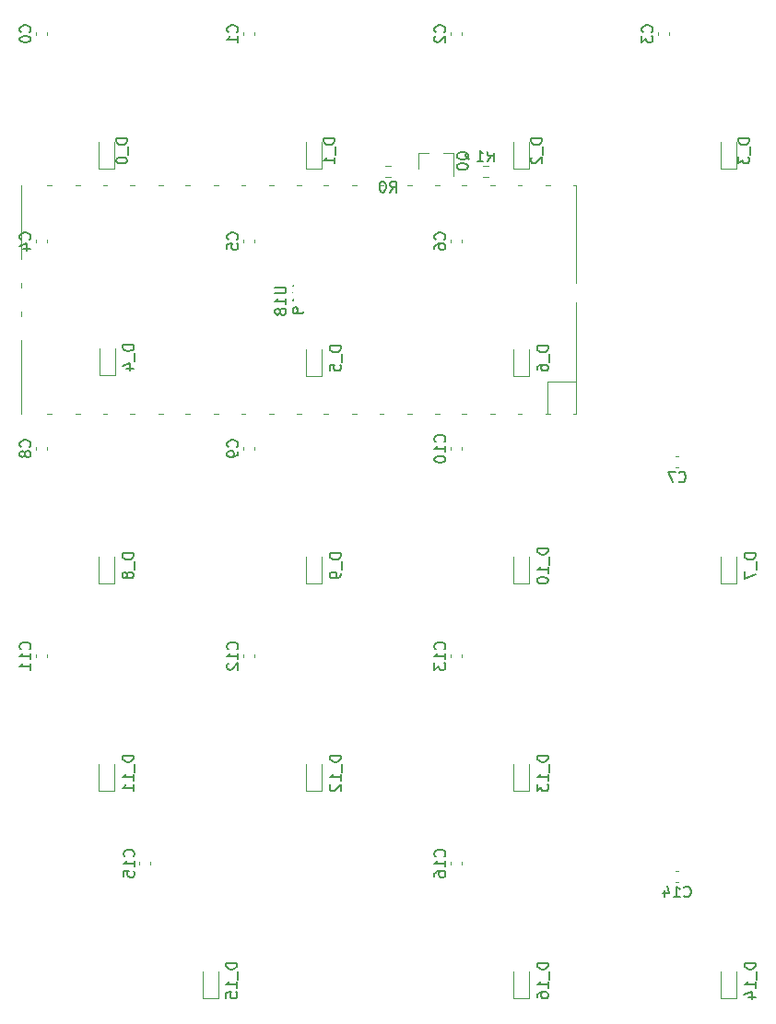
<source format=gbo>
G04 #@! TF.GenerationSoftware,KiCad,Pcbnew,(5.1.10)-1*
G04 #@! TF.CreationDate,2022-11-02T19:01:58+01:00*
G04 #@! TF.ProjectId,keyboard,6b657962-6f61-4726-942e-6b696361645f,rev?*
G04 #@! TF.SameCoordinates,Original*
G04 #@! TF.FileFunction,Legend,Bot*
G04 #@! TF.FilePolarity,Positive*
%FSLAX46Y46*%
G04 Gerber Fmt 4.6, Leading zero omitted, Abs format (unit mm)*
G04 Created by KiCad (PCBNEW (5.1.10)-1) date 2022-11-02 19:01:58*
%MOMM*%
%LPD*%
G01*
G04 APERTURE LIST*
%ADD10C,0.120000*%
%ADD11C,0.150000*%
%ADD12C,0.010000*%
%ADD13C,4.400000*%
%ADD14C,0.700000*%
%ADD15C,1.524000*%
%ADD16R,2.000000X2.000000*%
%ADD17C,2.000000*%
%ADD18R,2.000000X3.200000*%
%ADD19R,0.800000X0.900000*%
%ADD20C,0.100000*%
%ADD21O,1.700000X1.700000*%
%ADD22R,1.700000X1.700000*%
%ADD23C,1.750000*%
%ADD24C,2.250000*%
%ADD25C,3.987800*%
%ADD26C,3.048000*%
G04 APERTURE END LIST*
D10*
X100202276Y-70699100D02*
X100711724Y-70699100D01*
X100202276Y-71744100D02*
X100711724Y-71744100D01*
X109677924Y-71744100D02*
X109168476Y-71744100D01*
X109677924Y-70699100D02*
X109168476Y-70699100D01*
X103261000Y-69461600D02*
X103261000Y-70921600D01*
X106421000Y-69461600D02*
X106421000Y-71621600D01*
X106421000Y-69461600D02*
X105491000Y-69461600D01*
X103261000Y-69461600D02*
X104191000Y-69461600D01*
X131020000Y-70965000D02*
X131020000Y-68505000D01*
X132490000Y-70965000D02*
X131020000Y-70965000D01*
X132490000Y-68505000D02*
X132490000Y-70965000D01*
X111970000Y-70965000D02*
X111970000Y-68505000D01*
X113440000Y-70965000D02*
X111970000Y-70965000D01*
X113440000Y-68505000D02*
X113440000Y-70965000D01*
X92920000Y-70965000D02*
X92920000Y-68505000D01*
X94390000Y-70965000D02*
X92920000Y-70965000D01*
X94390000Y-68505000D02*
X94390000Y-70965000D01*
X73870000Y-70965000D02*
X73870000Y-68505000D01*
X75340000Y-70965000D02*
X73870000Y-70965000D01*
X75340000Y-68505000D02*
X75340000Y-70965000D01*
X111970000Y-147165000D02*
X111970000Y-144705000D01*
X113440000Y-147165000D02*
X111970000Y-147165000D01*
X113440000Y-144705000D02*
X113440000Y-147165000D01*
X83395000Y-147165000D02*
X83395000Y-144705000D01*
X84865000Y-147165000D02*
X83395000Y-147165000D01*
X84865000Y-144705000D02*
X84865000Y-147165000D01*
X131020000Y-147165000D02*
X131020000Y-144705000D01*
X132490000Y-147165000D02*
X131020000Y-147165000D01*
X132490000Y-144705000D02*
X132490000Y-147165000D01*
X111970000Y-128115000D02*
X111970000Y-125655000D01*
X113440000Y-128115000D02*
X111970000Y-128115000D01*
X113440000Y-125655000D02*
X113440000Y-128115000D01*
X92920000Y-128115000D02*
X92920000Y-125655000D01*
X94390000Y-128115000D02*
X92920000Y-128115000D01*
X94390000Y-125655000D02*
X94390000Y-128115000D01*
X73870000Y-128115000D02*
X73870000Y-125655000D01*
X75340000Y-128115000D02*
X73870000Y-128115000D01*
X75340000Y-125655000D02*
X75340000Y-128115000D01*
X111970000Y-109065000D02*
X111970000Y-106605000D01*
X113440000Y-109065000D02*
X111970000Y-109065000D01*
X113440000Y-106605000D02*
X113440000Y-109065000D01*
X92920000Y-109065000D02*
X92920000Y-106605000D01*
X94390000Y-109065000D02*
X92920000Y-109065000D01*
X94390000Y-106605000D02*
X94390000Y-109065000D01*
X73870000Y-109065000D02*
X73870000Y-106605000D01*
X75340000Y-109065000D02*
X73870000Y-109065000D01*
X75340000Y-106605000D02*
X75340000Y-109065000D01*
X131020000Y-109065000D02*
X131020000Y-106605000D01*
X132490000Y-109065000D02*
X131020000Y-109065000D01*
X132490000Y-106605000D02*
X132490000Y-109065000D01*
X111970000Y-90015000D02*
X111970000Y-87555000D01*
X113440000Y-90015000D02*
X111970000Y-90015000D01*
X113440000Y-87555000D02*
X113440000Y-90015000D01*
X92920000Y-90015000D02*
X92920000Y-87555000D01*
X94390000Y-90015000D02*
X92920000Y-90015000D01*
X94390000Y-87555000D02*
X94390000Y-90015000D01*
X73915000Y-89910000D02*
X73915000Y-87450000D01*
X75385000Y-89910000D02*
X73915000Y-89910000D01*
X75385000Y-87450000D02*
X75385000Y-89910000D01*
X97555000Y-72465000D02*
X97155000Y-72465000D01*
X107655000Y-93465000D02*
X107255000Y-93465000D01*
X92455000Y-93465000D02*
X92055000Y-93465000D01*
X89955000Y-93465000D02*
X89555000Y-93465000D01*
X115355000Y-72465000D02*
X114955000Y-72465000D01*
X74655000Y-72465000D02*
X74255000Y-72465000D01*
X66755000Y-81865000D02*
X66755000Y-81465000D01*
X72155000Y-72465000D02*
X71755000Y-72465000D01*
X69555000Y-72465000D02*
X69155000Y-72465000D01*
X117755000Y-93465000D02*
X117755000Y-72465000D01*
X102655000Y-93465000D02*
X102255000Y-93465000D01*
X115355000Y-93465000D02*
X114955000Y-93465000D01*
X115088000Y-93465000D02*
X115088000Y-90458000D01*
X110255000Y-72465000D02*
X109855000Y-72465000D01*
X117755000Y-93465000D02*
X117455000Y-93465000D01*
X110255000Y-93465000D02*
X109855000Y-93465000D01*
X87355000Y-72465000D02*
X86955000Y-72465000D01*
X84855000Y-72465000D02*
X84455000Y-72465000D01*
X97555000Y-93465000D02*
X97155000Y-93465000D01*
X117755000Y-72465000D02*
X117455000Y-72465000D01*
X94955000Y-93465000D02*
X94555000Y-93465000D01*
X105155000Y-72465000D02*
X104755000Y-72465000D01*
X82255000Y-72465000D02*
X81855000Y-72465000D01*
X84855000Y-93465000D02*
X84455000Y-93465000D01*
X74655000Y-93465000D02*
X74255000Y-93465000D01*
X102655000Y-72465000D02*
X102255000Y-72465000D01*
X107655000Y-72465000D02*
X107255000Y-72465000D01*
X77155000Y-93465000D02*
X76755000Y-93465000D01*
X77155000Y-72465000D02*
X76755000Y-72465000D01*
X92455000Y-72465000D02*
X92055000Y-72465000D01*
X66755000Y-84465000D02*
X66755000Y-84065000D01*
X100055000Y-93465000D02*
X99655000Y-93465000D01*
X66755000Y-86665000D02*
X66755000Y-93465000D01*
X87355000Y-93465000D02*
X86955000Y-93465000D01*
X69555000Y-93465000D02*
X69155000Y-93465000D01*
X89955000Y-72465000D02*
X89555000Y-72465000D01*
X66755000Y-72465000D02*
X66755000Y-79265000D01*
X82255000Y-93465000D02*
X81855000Y-93465000D01*
X94955000Y-72465000D02*
X94555000Y-72465000D01*
X115088000Y-90458000D02*
X117755000Y-90458000D01*
X112755000Y-93465000D02*
X112355000Y-93465000D01*
X105155000Y-93465000D02*
X104755000Y-93465000D01*
X79755000Y-93465000D02*
X79355000Y-93465000D01*
X112755000Y-72465000D02*
X112355000Y-72465000D01*
X79755000Y-72465000D02*
X79355000Y-72465000D01*
X100055000Y-72465000D02*
X99655000Y-72465000D01*
X72155000Y-93465000D02*
X71755000Y-93465000D01*
X106195000Y-134608733D02*
X106195000Y-134901267D01*
X107215000Y-134608733D02*
X107215000Y-134901267D01*
X77620000Y-134608733D02*
X77620000Y-134901267D01*
X78640000Y-134608733D02*
X78640000Y-134901267D01*
X126858733Y-136490000D02*
X127151267Y-136490000D01*
X126858733Y-135470000D02*
X127151267Y-135470000D01*
X106195000Y-115558733D02*
X106195000Y-115851267D01*
X107215000Y-115558733D02*
X107215000Y-115851267D01*
X87145000Y-115558733D02*
X87145000Y-115851267D01*
X88165000Y-115558733D02*
X88165000Y-115851267D01*
X68095000Y-115558733D02*
X68095000Y-115851267D01*
X69115000Y-115558733D02*
X69115000Y-115851267D01*
X106195000Y-96508733D02*
X106195000Y-96801267D01*
X107215000Y-96508733D02*
X107215000Y-96801267D01*
X87145000Y-96508733D02*
X87145000Y-96801267D01*
X88165000Y-96508733D02*
X88165000Y-96801267D01*
X68095000Y-96508733D02*
X68095000Y-96801267D01*
X69115000Y-96508733D02*
X69115000Y-96801267D01*
X126858733Y-98390000D02*
X127151267Y-98390000D01*
X126858733Y-97370000D02*
X127151267Y-97370000D01*
X106195000Y-77458733D02*
X106195000Y-77751267D01*
X107215000Y-77458733D02*
X107215000Y-77751267D01*
X87145000Y-77458733D02*
X87145000Y-77751267D01*
X88165000Y-77458733D02*
X88165000Y-77751267D01*
X68095000Y-77458733D02*
X68095000Y-77751267D01*
X69115000Y-77458733D02*
X69115000Y-77751267D01*
X125245000Y-58408733D02*
X125245000Y-58701267D01*
X126265000Y-58408733D02*
X126265000Y-58701267D01*
X106195000Y-58408733D02*
X106195000Y-58701267D01*
X107215000Y-58408733D02*
X107215000Y-58701267D01*
X87145000Y-58408733D02*
X87145000Y-58701267D01*
X88165000Y-58408733D02*
X88165000Y-58701267D01*
X68095000Y-58408733D02*
X68095000Y-58701267D01*
X69115000Y-58408733D02*
X69115000Y-58701267D01*
D11*
X100623666Y-73103980D02*
X100957000Y-72627790D01*
X101195095Y-73103980D02*
X101195095Y-72103980D01*
X100814142Y-72103980D01*
X100718904Y-72151600D01*
X100671285Y-72199219D01*
X100623666Y-72294457D01*
X100623666Y-72437314D01*
X100671285Y-72532552D01*
X100718904Y-72580171D01*
X100814142Y-72627790D01*
X101195095Y-72627790D01*
X100004619Y-72103980D02*
X99909380Y-72103980D01*
X99814142Y-72151600D01*
X99766523Y-72199219D01*
X99718904Y-72294457D01*
X99671285Y-72484933D01*
X99671285Y-72723028D01*
X99718904Y-72913504D01*
X99766523Y-73008742D01*
X99814142Y-73056361D01*
X99909380Y-73103980D01*
X100004619Y-73103980D01*
X100099857Y-73056361D01*
X100147476Y-73008742D01*
X100195095Y-72913504D01*
X100242714Y-72723028D01*
X100242714Y-72484933D01*
X100195095Y-72294457D01*
X100147476Y-72199219D01*
X100099857Y-72151600D01*
X100004619Y-72103980D01*
X109589866Y-70243980D02*
X109923200Y-69767790D01*
X110161295Y-70243980D02*
X110161295Y-69243980D01*
X109780342Y-69243980D01*
X109685104Y-69291600D01*
X109637485Y-69339219D01*
X109589866Y-69434457D01*
X109589866Y-69577314D01*
X109637485Y-69672552D01*
X109685104Y-69720171D01*
X109780342Y-69767790D01*
X110161295Y-69767790D01*
X108637485Y-70243980D02*
X109208914Y-70243980D01*
X108923200Y-70243980D02*
X108923200Y-69243980D01*
X109018438Y-69386838D01*
X109113676Y-69482076D01*
X109208914Y-69529695D01*
X107888619Y-70126361D02*
X107841000Y-70031123D01*
X107745761Y-69935885D01*
X107602904Y-69793028D01*
X107555285Y-69697790D01*
X107555285Y-69602552D01*
X107793380Y-69650171D02*
X107745761Y-69554933D01*
X107650523Y-69459695D01*
X107460047Y-69412076D01*
X107126714Y-69412076D01*
X106936238Y-69459695D01*
X106841000Y-69554933D01*
X106793380Y-69650171D01*
X106793380Y-69840647D01*
X106841000Y-69935885D01*
X106936238Y-70031123D01*
X107126714Y-70078742D01*
X107460047Y-70078742D01*
X107650523Y-70031123D01*
X107745761Y-69935885D01*
X107793380Y-69840647D01*
X107793380Y-69650171D01*
X106793380Y-70697790D02*
X106793380Y-70793028D01*
X106841000Y-70888266D01*
X106888619Y-70935885D01*
X106983857Y-70983504D01*
X107174333Y-71031123D01*
X107412428Y-71031123D01*
X107602904Y-70983504D01*
X107698142Y-70935885D01*
X107745761Y-70888266D01*
X107793380Y-70793028D01*
X107793380Y-70697790D01*
X107745761Y-70602552D01*
X107698142Y-70554933D01*
X107602904Y-70507314D01*
X107412428Y-70459695D01*
X107174333Y-70459695D01*
X106983857Y-70507314D01*
X106888619Y-70554933D01*
X106841000Y-70602552D01*
X106793380Y-70697790D01*
X133637380Y-68185952D02*
X132637380Y-68185952D01*
X132637380Y-68424047D01*
X132685000Y-68566904D01*
X132780238Y-68662142D01*
X132875476Y-68709761D01*
X133065952Y-68757380D01*
X133208809Y-68757380D01*
X133399285Y-68709761D01*
X133494523Y-68662142D01*
X133589761Y-68566904D01*
X133637380Y-68424047D01*
X133637380Y-68185952D01*
X133732619Y-68947857D02*
X133732619Y-69709761D01*
X132637380Y-69852619D02*
X132637380Y-70471666D01*
X133018333Y-70138333D01*
X133018333Y-70281190D01*
X133065952Y-70376428D01*
X133113571Y-70424047D01*
X133208809Y-70471666D01*
X133446904Y-70471666D01*
X133542142Y-70424047D01*
X133589761Y-70376428D01*
X133637380Y-70281190D01*
X133637380Y-69995476D01*
X133589761Y-69900238D01*
X133542142Y-69852619D01*
X114587380Y-68185952D02*
X113587380Y-68185952D01*
X113587380Y-68424047D01*
X113635000Y-68566904D01*
X113730238Y-68662142D01*
X113825476Y-68709761D01*
X114015952Y-68757380D01*
X114158809Y-68757380D01*
X114349285Y-68709761D01*
X114444523Y-68662142D01*
X114539761Y-68566904D01*
X114587380Y-68424047D01*
X114587380Y-68185952D01*
X114682619Y-68947857D02*
X114682619Y-69709761D01*
X113682619Y-69900238D02*
X113635000Y-69947857D01*
X113587380Y-70043095D01*
X113587380Y-70281190D01*
X113635000Y-70376428D01*
X113682619Y-70424047D01*
X113777857Y-70471666D01*
X113873095Y-70471666D01*
X114015952Y-70424047D01*
X114587380Y-69852619D01*
X114587380Y-70471666D01*
X95537380Y-68185952D02*
X94537380Y-68185952D01*
X94537380Y-68424047D01*
X94585000Y-68566904D01*
X94680238Y-68662142D01*
X94775476Y-68709761D01*
X94965952Y-68757380D01*
X95108809Y-68757380D01*
X95299285Y-68709761D01*
X95394523Y-68662142D01*
X95489761Y-68566904D01*
X95537380Y-68424047D01*
X95537380Y-68185952D01*
X95632619Y-68947857D02*
X95632619Y-69709761D01*
X95537380Y-70471666D02*
X95537380Y-69900238D01*
X95537380Y-70185952D02*
X94537380Y-70185952D01*
X94680238Y-70090714D01*
X94775476Y-69995476D01*
X94823095Y-69900238D01*
X76487380Y-68185952D02*
X75487380Y-68185952D01*
X75487380Y-68424047D01*
X75535000Y-68566904D01*
X75630238Y-68662142D01*
X75725476Y-68709761D01*
X75915952Y-68757380D01*
X76058809Y-68757380D01*
X76249285Y-68709761D01*
X76344523Y-68662142D01*
X76439761Y-68566904D01*
X76487380Y-68424047D01*
X76487380Y-68185952D01*
X76582619Y-68947857D02*
X76582619Y-69709761D01*
X75487380Y-70138333D02*
X75487380Y-70233571D01*
X75535000Y-70328809D01*
X75582619Y-70376428D01*
X75677857Y-70424047D01*
X75868333Y-70471666D01*
X76106428Y-70471666D01*
X76296904Y-70424047D01*
X76392142Y-70376428D01*
X76439761Y-70328809D01*
X76487380Y-70233571D01*
X76487380Y-70138333D01*
X76439761Y-70043095D01*
X76392142Y-69995476D01*
X76296904Y-69947857D01*
X76106428Y-69900238D01*
X75868333Y-69900238D01*
X75677857Y-69947857D01*
X75582619Y-69995476D01*
X75535000Y-70043095D01*
X75487380Y-70138333D01*
X115157380Y-143909761D02*
X114157380Y-143909761D01*
X114157380Y-144147857D01*
X114205000Y-144290714D01*
X114300238Y-144385952D01*
X114395476Y-144433571D01*
X114585952Y-144481190D01*
X114728809Y-144481190D01*
X114919285Y-144433571D01*
X115014523Y-144385952D01*
X115109761Y-144290714D01*
X115157380Y-144147857D01*
X115157380Y-143909761D01*
X115252619Y-144671666D02*
X115252619Y-145433571D01*
X115157380Y-146195476D02*
X115157380Y-145624047D01*
X115157380Y-145909761D02*
X114157380Y-145909761D01*
X114300238Y-145814523D01*
X114395476Y-145719285D01*
X114443095Y-145624047D01*
X114157380Y-147052619D02*
X114157380Y-146862142D01*
X114205000Y-146766904D01*
X114252619Y-146719285D01*
X114395476Y-146624047D01*
X114585952Y-146576428D01*
X114966904Y-146576428D01*
X115062142Y-146624047D01*
X115109761Y-146671666D01*
X115157380Y-146766904D01*
X115157380Y-146957380D01*
X115109761Y-147052619D01*
X115062142Y-147100238D01*
X114966904Y-147147857D01*
X114728809Y-147147857D01*
X114633571Y-147100238D01*
X114585952Y-147052619D01*
X114538333Y-146957380D01*
X114538333Y-146766904D01*
X114585952Y-146671666D01*
X114633571Y-146624047D01*
X114728809Y-146576428D01*
X86582380Y-143909761D02*
X85582380Y-143909761D01*
X85582380Y-144147857D01*
X85630000Y-144290714D01*
X85725238Y-144385952D01*
X85820476Y-144433571D01*
X86010952Y-144481190D01*
X86153809Y-144481190D01*
X86344285Y-144433571D01*
X86439523Y-144385952D01*
X86534761Y-144290714D01*
X86582380Y-144147857D01*
X86582380Y-143909761D01*
X86677619Y-144671666D02*
X86677619Y-145433571D01*
X86582380Y-146195476D02*
X86582380Y-145624047D01*
X86582380Y-145909761D02*
X85582380Y-145909761D01*
X85725238Y-145814523D01*
X85820476Y-145719285D01*
X85868095Y-145624047D01*
X85582380Y-147100238D02*
X85582380Y-146624047D01*
X86058571Y-146576428D01*
X86010952Y-146624047D01*
X85963333Y-146719285D01*
X85963333Y-146957380D01*
X86010952Y-147052619D01*
X86058571Y-147100238D01*
X86153809Y-147147857D01*
X86391904Y-147147857D01*
X86487142Y-147100238D01*
X86534761Y-147052619D01*
X86582380Y-146957380D01*
X86582380Y-146719285D01*
X86534761Y-146624047D01*
X86487142Y-146576428D01*
X134207380Y-143909761D02*
X133207380Y-143909761D01*
X133207380Y-144147857D01*
X133255000Y-144290714D01*
X133350238Y-144385952D01*
X133445476Y-144433571D01*
X133635952Y-144481190D01*
X133778809Y-144481190D01*
X133969285Y-144433571D01*
X134064523Y-144385952D01*
X134159761Y-144290714D01*
X134207380Y-144147857D01*
X134207380Y-143909761D01*
X134302619Y-144671666D02*
X134302619Y-145433571D01*
X134207380Y-146195476D02*
X134207380Y-145624047D01*
X134207380Y-145909761D02*
X133207380Y-145909761D01*
X133350238Y-145814523D01*
X133445476Y-145719285D01*
X133493095Y-145624047D01*
X133540714Y-147052619D02*
X134207380Y-147052619D01*
X133159761Y-146814523D02*
X133874047Y-146576428D01*
X133874047Y-147195476D01*
X115157380Y-124859761D02*
X114157380Y-124859761D01*
X114157380Y-125097857D01*
X114205000Y-125240714D01*
X114300238Y-125335952D01*
X114395476Y-125383571D01*
X114585952Y-125431190D01*
X114728809Y-125431190D01*
X114919285Y-125383571D01*
X115014523Y-125335952D01*
X115109761Y-125240714D01*
X115157380Y-125097857D01*
X115157380Y-124859761D01*
X115252619Y-125621666D02*
X115252619Y-126383571D01*
X115157380Y-127145476D02*
X115157380Y-126574047D01*
X115157380Y-126859761D02*
X114157380Y-126859761D01*
X114300238Y-126764523D01*
X114395476Y-126669285D01*
X114443095Y-126574047D01*
X114157380Y-127478809D02*
X114157380Y-128097857D01*
X114538333Y-127764523D01*
X114538333Y-127907380D01*
X114585952Y-128002619D01*
X114633571Y-128050238D01*
X114728809Y-128097857D01*
X114966904Y-128097857D01*
X115062142Y-128050238D01*
X115109761Y-128002619D01*
X115157380Y-127907380D01*
X115157380Y-127621666D01*
X115109761Y-127526428D01*
X115062142Y-127478809D01*
X96107380Y-124859761D02*
X95107380Y-124859761D01*
X95107380Y-125097857D01*
X95155000Y-125240714D01*
X95250238Y-125335952D01*
X95345476Y-125383571D01*
X95535952Y-125431190D01*
X95678809Y-125431190D01*
X95869285Y-125383571D01*
X95964523Y-125335952D01*
X96059761Y-125240714D01*
X96107380Y-125097857D01*
X96107380Y-124859761D01*
X96202619Y-125621666D02*
X96202619Y-126383571D01*
X96107380Y-127145476D02*
X96107380Y-126574047D01*
X96107380Y-126859761D02*
X95107380Y-126859761D01*
X95250238Y-126764523D01*
X95345476Y-126669285D01*
X95393095Y-126574047D01*
X95202619Y-127526428D02*
X95155000Y-127574047D01*
X95107380Y-127669285D01*
X95107380Y-127907380D01*
X95155000Y-128002619D01*
X95202619Y-128050238D01*
X95297857Y-128097857D01*
X95393095Y-128097857D01*
X95535952Y-128050238D01*
X96107380Y-127478809D01*
X96107380Y-128097857D01*
X77057380Y-124859761D02*
X76057380Y-124859761D01*
X76057380Y-125097857D01*
X76105000Y-125240714D01*
X76200238Y-125335952D01*
X76295476Y-125383571D01*
X76485952Y-125431190D01*
X76628809Y-125431190D01*
X76819285Y-125383571D01*
X76914523Y-125335952D01*
X77009761Y-125240714D01*
X77057380Y-125097857D01*
X77057380Y-124859761D01*
X77152619Y-125621666D02*
X77152619Y-126383571D01*
X77057380Y-127145476D02*
X77057380Y-126574047D01*
X77057380Y-126859761D02*
X76057380Y-126859761D01*
X76200238Y-126764523D01*
X76295476Y-126669285D01*
X76343095Y-126574047D01*
X77057380Y-128097857D02*
X77057380Y-127526428D01*
X77057380Y-127812142D02*
X76057380Y-127812142D01*
X76200238Y-127716904D01*
X76295476Y-127621666D01*
X76343095Y-127526428D01*
X115157380Y-105809761D02*
X114157380Y-105809761D01*
X114157380Y-106047857D01*
X114205000Y-106190714D01*
X114300238Y-106285952D01*
X114395476Y-106333571D01*
X114585952Y-106381190D01*
X114728809Y-106381190D01*
X114919285Y-106333571D01*
X115014523Y-106285952D01*
X115109761Y-106190714D01*
X115157380Y-106047857D01*
X115157380Y-105809761D01*
X115252619Y-106571666D02*
X115252619Y-107333571D01*
X115157380Y-108095476D02*
X115157380Y-107524047D01*
X115157380Y-107809761D02*
X114157380Y-107809761D01*
X114300238Y-107714523D01*
X114395476Y-107619285D01*
X114443095Y-107524047D01*
X114157380Y-108714523D02*
X114157380Y-108809761D01*
X114205000Y-108905000D01*
X114252619Y-108952619D01*
X114347857Y-109000238D01*
X114538333Y-109047857D01*
X114776428Y-109047857D01*
X114966904Y-109000238D01*
X115062142Y-108952619D01*
X115109761Y-108905000D01*
X115157380Y-108809761D01*
X115157380Y-108714523D01*
X115109761Y-108619285D01*
X115062142Y-108571666D01*
X114966904Y-108524047D01*
X114776428Y-108476428D01*
X114538333Y-108476428D01*
X114347857Y-108524047D01*
X114252619Y-108571666D01*
X114205000Y-108619285D01*
X114157380Y-108714523D01*
X96107380Y-106285952D02*
X95107380Y-106285952D01*
X95107380Y-106524047D01*
X95155000Y-106666904D01*
X95250238Y-106762142D01*
X95345476Y-106809761D01*
X95535952Y-106857380D01*
X95678809Y-106857380D01*
X95869285Y-106809761D01*
X95964523Y-106762142D01*
X96059761Y-106666904D01*
X96107380Y-106524047D01*
X96107380Y-106285952D01*
X96202619Y-107047857D02*
X96202619Y-107809761D01*
X96107380Y-108095476D02*
X96107380Y-108285952D01*
X96059761Y-108381190D01*
X96012142Y-108428809D01*
X95869285Y-108524047D01*
X95678809Y-108571666D01*
X95297857Y-108571666D01*
X95202619Y-108524047D01*
X95155000Y-108476428D01*
X95107380Y-108381190D01*
X95107380Y-108190714D01*
X95155000Y-108095476D01*
X95202619Y-108047857D01*
X95297857Y-108000238D01*
X95535952Y-108000238D01*
X95631190Y-108047857D01*
X95678809Y-108095476D01*
X95726428Y-108190714D01*
X95726428Y-108381190D01*
X95678809Y-108476428D01*
X95631190Y-108524047D01*
X95535952Y-108571666D01*
X77057380Y-106285952D02*
X76057380Y-106285952D01*
X76057380Y-106524047D01*
X76105000Y-106666904D01*
X76200238Y-106762142D01*
X76295476Y-106809761D01*
X76485952Y-106857380D01*
X76628809Y-106857380D01*
X76819285Y-106809761D01*
X76914523Y-106762142D01*
X77009761Y-106666904D01*
X77057380Y-106524047D01*
X77057380Y-106285952D01*
X77152619Y-107047857D02*
X77152619Y-107809761D01*
X76485952Y-108190714D02*
X76438333Y-108095476D01*
X76390714Y-108047857D01*
X76295476Y-108000238D01*
X76247857Y-108000238D01*
X76152619Y-108047857D01*
X76105000Y-108095476D01*
X76057380Y-108190714D01*
X76057380Y-108381190D01*
X76105000Y-108476428D01*
X76152619Y-108524047D01*
X76247857Y-108571666D01*
X76295476Y-108571666D01*
X76390714Y-108524047D01*
X76438333Y-108476428D01*
X76485952Y-108381190D01*
X76485952Y-108190714D01*
X76533571Y-108095476D01*
X76581190Y-108047857D01*
X76676428Y-108000238D01*
X76866904Y-108000238D01*
X76962142Y-108047857D01*
X77009761Y-108095476D01*
X77057380Y-108190714D01*
X77057380Y-108381190D01*
X77009761Y-108476428D01*
X76962142Y-108524047D01*
X76866904Y-108571666D01*
X76676428Y-108571666D01*
X76581190Y-108524047D01*
X76533571Y-108476428D01*
X76485952Y-108381190D01*
X134207380Y-106285952D02*
X133207380Y-106285952D01*
X133207380Y-106524047D01*
X133255000Y-106666904D01*
X133350238Y-106762142D01*
X133445476Y-106809761D01*
X133635952Y-106857380D01*
X133778809Y-106857380D01*
X133969285Y-106809761D01*
X134064523Y-106762142D01*
X134159761Y-106666904D01*
X134207380Y-106524047D01*
X134207380Y-106285952D01*
X134302619Y-107047857D02*
X134302619Y-107809761D01*
X133207380Y-107952619D02*
X133207380Y-108619285D01*
X134207380Y-108190714D01*
X115157380Y-87235952D02*
X114157380Y-87235952D01*
X114157380Y-87474047D01*
X114205000Y-87616904D01*
X114300238Y-87712142D01*
X114395476Y-87759761D01*
X114585952Y-87807380D01*
X114728809Y-87807380D01*
X114919285Y-87759761D01*
X115014523Y-87712142D01*
X115109761Y-87616904D01*
X115157380Y-87474047D01*
X115157380Y-87235952D01*
X115252619Y-87997857D02*
X115252619Y-88759761D01*
X114157380Y-89426428D02*
X114157380Y-89235952D01*
X114205000Y-89140714D01*
X114252619Y-89093095D01*
X114395476Y-88997857D01*
X114585952Y-88950238D01*
X114966904Y-88950238D01*
X115062142Y-88997857D01*
X115109761Y-89045476D01*
X115157380Y-89140714D01*
X115157380Y-89331190D01*
X115109761Y-89426428D01*
X115062142Y-89474047D01*
X114966904Y-89521666D01*
X114728809Y-89521666D01*
X114633571Y-89474047D01*
X114585952Y-89426428D01*
X114538333Y-89331190D01*
X114538333Y-89140714D01*
X114585952Y-89045476D01*
X114633571Y-88997857D01*
X114728809Y-88950238D01*
X96107380Y-87235952D02*
X95107380Y-87235952D01*
X95107380Y-87474047D01*
X95155000Y-87616904D01*
X95250238Y-87712142D01*
X95345476Y-87759761D01*
X95535952Y-87807380D01*
X95678809Y-87807380D01*
X95869285Y-87759761D01*
X95964523Y-87712142D01*
X96059761Y-87616904D01*
X96107380Y-87474047D01*
X96107380Y-87235952D01*
X96202619Y-87997857D02*
X96202619Y-88759761D01*
X95107380Y-89474047D02*
X95107380Y-88997857D01*
X95583571Y-88950238D01*
X95535952Y-88997857D01*
X95488333Y-89093095D01*
X95488333Y-89331190D01*
X95535952Y-89426428D01*
X95583571Y-89474047D01*
X95678809Y-89521666D01*
X95916904Y-89521666D01*
X96012142Y-89474047D01*
X96059761Y-89426428D01*
X96107380Y-89331190D01*
X96107380Y-89093095D01*
X96059761Y-88997857D01*
X96012142Y-88950238D01*
X77102380Y-87130952D02*
X76102380Y-87130952D01*
X76102380Y-87369047D01*
X76150000Y-87511904D01*
X76245238Y-87607142D01*
X76340476Y-87654761D01*
X76530952Y-87702380D01*
X76673809Y-87702380D01*
X76864285Y-87654761D01*
X76959523Y-87607142D01*
X77054761Y-87511904D01*
X77102380Y-87369047D01*
X77102380Y-87130952D01*
X77197619Y-87892857D02*
X77197619Y-88654761D01*
X76435714Y-89321428D02*
X77102380Y-89321428D01*
X76054761Y-89083333D02*
X76769047Y-88845238D01*
X76769047Y-89464285D01*
X90077380Y-81836904D02*
X90886904Y-81836904D01*
X90982142Y-81884523D01*
X91029761Y-81932142D01*
X91077380Y-82027380D01*
X91077380Y-82217857D01*
X91029761Y-82313095D01*
X90982142Y-82360714D01*
X90886904Y-82408333D01*
X90077380Y-82408333D01*
X91077380Y-83408333D02*
X91077380Y-82836904D01*
X91077380Y-83122619D02*
X90077380Y-83122619D01*
X90220238Y-83027380D01*
X90315476Y-82932142D01*
X90363095Y-82836904D01*
X90505952Y-83979761D02*
X90458333Y-83884523D01*
X90410714Y-83836904D01*
X90315476Y-83789285D01*
X90267857Y-83789285D01*
X90172619Y-83836904D01*
X90125000Y-83884523D01*
X90077380Y-83979761D01*
X90077380Y-84170238D01*
X90125000Y-84265476D01*
X90172619Y-84313095D01*
X90267857Y-84360714D01*
X90315476Y-84360714D01*
X90410714Y-84313095D01*
X90458333Y-84265476D01*
X90505952Y-84170238D01*
X90505952Y-83979761D01*
X90553571Y-83884523D01*
X90601190Y-83836904D01*
X90696428Y-83789285D01*
X90886904Y-83789285D01*
X90982142Y-83836904D01*
X91029761Y-83884523D01*
X91077380Y-83979761D01*
X91077380Y-84170238D01*
X91029761Y-84265476D01*
X90982142Y-84313095D01*
X90886904Y-84360714D01*
X90696428Y-84360714D01*
X90601190Y-84313095D01*
X90553571Y-84265476D01*
X90505952Y-84170238D01*
X91707380Y-81726904D02*
X92516904Y-81726904D01*
X92612142Y-81774523D01*
X92659761Y-81822142D01*
X92707380Y-81917380D01*
X92707380Y-82107857D01*
X92659761Y-82203095D01*
X92612142Y-82250714D01*
X92516904Y-82298333D01*
X91707380Y-82298333D01*
X92707380Y-83298333D02*
X92707380Y-82726904D01*
X92707380Y-83012619D02*
X91707380Y-83012619D01*
X91850238Y-82917380D01*
X91945476Y-82822142D01*
X91993095Y-82726904D01*
X92135952Y-83869761D02*
X92088333Y-83774523D01*
X92040714Y-83726904D01*
X91945476Y-83679285D01*
X91897857Y-83679285D01*
X91802619Y-83726904D01*
X91755000Y-83774523D01*
X91707380Y-83869761D01*
X91707380Y-84060238D01*
X91755000Y-84155476D01*
X91802619Y-84203095D01*
X91897857Y-84250714D01*
X91945476Y-84250714D01*
X92040714Y-84203095D01*
X92088333Y-84155476D01*
X92135952Y-84060238D01*
X92135952Y-83869761D01*
X92183571Y-83774523D01*
X92231190Y-83726904D01*
X92326428Y-83679285D01*
X92516904Y-83679285D01*
X92612142Y-83726904D01*
X92659761Y-83774523D01*
X92707380Y-83869761D01*
X92707380Y-84060238D01*
X92659761Y-84155476D01*
X92612142Y-84203095D01*
X92516904Y-84250714D01*
X92326428Y-84250714D01*
X92231190Y-84203095D01*
X92183571Y-84155476D01*
X92135952Y-84060238D01*
X105632142Y-134112142D02*
X105679761Y-134064523D01*
X105727380Y-133921666D01*
X105727380Y-133826428D01*
X105679761Y-133683571D01*
X105584523Y-133588333D01*
X105489285Y-133540714D01*
X105298809Y-133493095D01*
X105155952Y-133493095D01*
X104965476Y-133540714D01*
X104870238Y-133588333D01*
X104775000Y-133683571D01*
X104727380Y-133826428D01*
X104727380Y-133921666D01*
X104775000Y-134064523D01*
X104822619Y-134112142D01*
X105727380Y-135064523D02*
X105727380Y-134493095D01*
X105727380Y-134778809D02*
X104727380Y-134778809D01*
X104870238Y-134683571D01*
X104965476Y-134588333D01*
X105013095Y-134493095D01*
X104727380Y-135921666D02*
X104727380Y-135731190D01*
X104775000Y-135635952D01*
X104822619Y-135588333D01*
X104965476Y-135493095D01*
X105155952Y-135445476D01*
X105536904Y-135445476D01*
X105632142Y-135493095D01*
X105679761Y-135540714D01*
X105727380Y-135635952D01*
X105727380Y-135826428D01*
X105679761Y-135921666D01*
X105632142Y-135969285D01*
X105536904Y-136016904D01*
X105298809Y-136016904D01*
X105203571Y-135969285D01*
X105155952Y-135921666D01*
X105108333Y-135826428D01*
X105108333Y-135635952D01*
X105155952Y-135540714D01*
X105203571Y-135493095D01*
X105298809Y-135445476D01*
X77057142Y-134112142D02*
X77104761Y-134064523D01*
X77152380Y-133921666D01*
X77152380Y-133826428D01*
X77104761Y-133683571D01*
X77009523Y-133588333D01*
X76914285Y-133540714D01*
X76723809Y-133493095D01*
X76580952Y-133493095D01*
X76390476Y-133540714D01*
X76295238Y-133588333D01*
X76200000Y-133683571D01*
X76152380Y-133826428D01*
X76152380Y-133921666D01*
X76200000Y-134064523D01*
X76247619Y-134112142D01*
X77152380Y-135064523D02*
X77152380Y-134493095D01*
X77152380Y-134778809D02*
X76152380Y-134778809D01*
X76295238Y-134683571D01*
X76390476Y-134588333D01*
X76438095Y-134493095D01*
X76152380Y-135969285D02*
X76152380Y-135493095D01*
X76628571Y-135445476D01*
X76580952Y-135493095D01*
X76533333Y-135588333D01*
X76533333Y-135826428D01*
X76580952Y-135921666D01*
X76628571Y-135969285D01*
X76723809Y-136016904D01*
X76961904Y-136016904D01*
X77057142Y-135969285D01*
X77104761Y-135921666D01*
X77152380Y-135826428D01*
X77152380Y-135588333D01*
X77104761Y-135493095D01*
X77057142Y-135445476D01*
X127647857Y-137767142D02*
X127695476Y-137814761D01*
X127838333Y-137862380D01*
X127933571Y-137862380D01*
X128076428Y-137814761D01*
X128171666Y-137719523D01*
X128219285Y-137624285D01*
X128266904Y-137433809D01*
X128266904Y-137290952D01*
X128219285Y-137100476D01*
X128171666Y-137005238D01*
X128076428Y-136910000D01*
X127933571Y-136862380D01*
X127838333Y-136862380D01*
X127695476Y-136910000D01*
X127647857Y-136957619D01*
X126695476Y-137862380D02*
X127266904Y-137862380D01*
X126981190Y-137862380D02*
X126981190Y-136862380D01*
X127076428Y-137005238D01*
X127171666Y-137100476D01*
X127266904Y-137148095D01*
X125838333Y-137195714D02*
X125838333Y-137862380D01*
X126076428Y-136814761D02*
X126314523Y-137529047D01*
X125695476Y-137529047D01*
X105632142Y-115062142D02*
X105679761Y-115014523D01*
X105727380Y-114871666D01*
X105727380Y-114776428D01*
X105679761Y-114633571D01*
X105584523Y-114538333D01*
X105489285Y-114490714D01*
X105298809Y-114443095D01*
X105155952Y-114443095D01*
X104965476Y-114490714D01*
X104870238Y-114538333D01*
X104775000Y-114633571D01*
X104727380Y-114776428D01*
X104727380Y-114871666D01*
X104775000Y-115014523D01*
X104822619Y-115062142D01*
X105727380Y-116014523D02*
X105727380Y-115443095D01*
X105727380Y-115728809D02*
X104727380Y-115728809D01*
X104870238Y-115633571D01*
X104965476Y-115538333D01*
X105013095Y-115443095D01*
X104727380Y-116347857D02*
X104727380Y-116966904D01*
X105108333Y-116633571D01*
X105108333Y-116776428D01*
X105155952Y-116871666D01*
X105203571Y-116919285D01*
X105298809Y-116966904D01*
X105536904Y-116966904D01*
X105632142Y-116919285D01*
X105679761Y-116871666D01*
X105727380Y-116776428D01*
X105727380Y-116490714D01*
X105679761Y-116395476D01*
X105632142Y-116347857D01*
X86582142Y-115062142D02*
X86629761Y-115014523D01*
X86677380Y-114871666D01*
X86677380Y-114776428D01*
X86629761Y-114633571D01*
X86534523Y-114538333D01*
X86439285Y-114490714D01*
X86248809Y-114443095D01*
X86105952Y-114443095D01*
X85915476Y-114490714D01*
X85820238Y-114538333D01*
X85725000Y-114633571D01*
X85677380Y-114776428D01*
X85677380Y-114871666D01*
X85725000Y-115014523D01*
X85772619Y-115062142D01*
X86677380Y-116014523D02*
X86677380Y-115443095D01*
X86677380Y-115728809D02*
X85677380Y-115728809D01*
X85820238Y-115633571D01*
X85915476Y-115538333D01*
X85963095Y-115443095D01*
X85772619Y-116395476D02*
X85725000Y-116443095D01*
X85677380Y-116538333D01*
X85677380Y-116776428D01*
X85725000Y-116871666D01*
X85772619Y-116919285D01*
X85867857Y-116966904D01*
X85963095Y-116966904D01*
X86105952Y-116919285D01*
X86677380Y-116347857D01*
X86677380Y-116966904D01*
X67532142Y-115062142D02*
X67579761Y-115014523D01*
X67627380Y-114871666D01*
X67627380Y-114776428D01*
X67579761Y-114633571D01*
X67484523Y-114538333D01*
X67389285Y-114490714D01*
X67198809Y-114443095D01*
X67055952Y-114443095D01*
X66865476Y-114490714D01*
X66770238Y-114538333D01*
X66675000Y-114633571D01*
X66627380Y-114776428D01*
X66627380Y-114871666D01*
X66675000Y-115014523D01*
X66722619Y-115062142D01*
X67627380Y-116014523D02*
X67627380Y-115443095D01*
X67627380Y-115728809D02*
X66627380Y-115728809D01*
X66770238Y-115633571D01*
X66865476Y-115538333D01*
X66913095Y-115443095D01*
X67627380Y-116966904D02*
X67627380Y-116395476D01*
X67627380Y-116681190D02*
X66627380Y-116681190D01*
X66770238Y-116585952D01*
X66865476Y-116490714D01*
X66913095Y-116395476D01*
X105632142Y-96012142D02*
X105679761Y-95964523D01*
X105727380Y-95821666D01*
X105727380Y-95726428D01*
X105679761Y-95583571D01*
X105584523Y-95488333D01*
X105489285Y-95440714D01*
X105298809Y-95393095D01*
X105155952Y-95393095D01*
X104965476Y-95440714D01*
X104870238Y-95488333D01*
X104775000Y-95583571D01*
X104727380Y-95726428D01*
X104727380Y-95821666D01*
X104775000Y-95964523D01*
X104822619Y-96012142D01*
X105727380Y-96964523D02*
X105727380Y-96393095D01*
X105727380Y-96678809D02*
X104727380Y-96678809D01*
X104870238Y-96583571D01*
X104965476Y-96488333D01*
X105013095Y-96393095D01*
X104727380Y-97583571D02*
X104727380Y-97678809D01*
X104775000Y-97774047D01*
X104822619Y-97821666D01*
X104917857Y-97869285D01*
X105108333Y-97916904D01*
X105346428Y-97916904D01*
X105536904Y-97869285D01*
X105632142Y-97821666D01*
X105679761Y-97774047D01*
X105727380Y-97678809D01*
X105727380Y-97583571D01*
X105679761Y-97488333D01*
X105632142Y-97440714D01*
X105536904Y-97393095D01*
X105346428Y-97345476D01*
X105108333Y-97345476D01*
X104917857Y-97393095D01*
X104822619Y-97440714D01*
X104775000Y-97488333D01*
X104727380Y-97583571D01*
X86582142Y-96488333D02*
X86629761Y-96440714D01*
X86677380Y-96297857D01*
X86677380Y-96202619D01*
X86629761Y-96059761D01*
X86534523Y-95964523D01*
X86439285Y-95916904D01*
X86248809Y-95869285D01*
X86105952Y-95869285D01*
X85915476Y-95916904D01*
X85820238Y-95964523D01*
X85725000Y-96059761D01*
X85677380Y-96202619D01*
X85677380Y-96297857D01*
X85725000Y-96440714D01*
X85772619Y-96488333D01*
X86677380Y-96964523D02*
X86677380Y-97155000D01*
X86629761Y-97250238D01*
X86582142Y-97297857D01*
X86439285Y-97393095D01*
X86248809Y-97440714D01*
X85867857Y-97440714D01*
X85772619Y-97393095D01*
X85725000Y-97345476D01*
X85677380Y-97250238D01*
X85677380Y-97059761D01*
X85725000Y-96964523D01*
X85772619Y-96916904D01*
X85867857Y-96869285D01*
X86105952Y-96869285D01*
X86201190Y-96916904D01*
X86248809Y-96964523D01*
X86296428Y-97059761D01*
X86296428Y-97250238D01*
X86248809Y-97345476D01*
X86201190Y-97393095D01*
X86105952Y-97440714D01*
X67532142Y-96488333D02*
X67579761Y-96440714D01*
X67627380Y-96297857D01*
X67627380Y-96202619D01*
X67579761Y-96059761D01*
X67484523Y-95964523D01*
X67389285Y-95916904D01*
X67198809Y-95869285D01*
X67055952Y-95869285D01*
X66865476Y-95916904D01*
X66770238Y-95964523D01*
X66675000Y-96059761D01*
X66627380Y-96202619D01*
X66627380Y-96297857D01*
X66675000Y-96440714D01*
X66722619Y-96488333D01*
X67055952Y-97059761D02*
X67008333Y-96964523D01*
X66960714Y-96916904D01*
X66865476Y-96869285D01*
X66817857Y-96869285D01*
X66722619Y-96916904D01*
X66675000Y-96964523D01*
X66627380Y-97059761D01*
X66627380Y-97250238D01*
X66675000Y-97345476D01*
X66722619Y-97393095D01*
X66817857Y-97440714D01*
X66865476Y-97440714D01*
X66960714Y-97393095D01*
X67008333Y-97345476D01*
X67055952Y-97250238D01*
X67055952Y-97059761D01*
X67103571Y-96964523D01*
X67151190Y-96916904D01*
X67246428Y-96869285D01*
X67436904Y-96869285D01*
X67532142Y-96916904D01*
X67579761Y-96964523D01*
X67627380Y-97059761D01*
X67627380Y-97250238D01*
X67579761Y-97345476D01*
X67532142Y-97393095D01*
X67436904Y-97440714D01*
X67246428Y-97440714D01*
X67151190Y-97393095D01*
X67103571Y-97345476D01*
X67055952Y-97250238D01*
X127171666Y-99667142D02*
X127219285Y-99714761D01*
X127362142Y-99762380D01*
X127457380Y-99762380D01*
X127600238Y-99714761D01*
X127695476Y-99619523D01*
X127743095Y-99524285D01*
X127790714Y-99333809D01*
X127790714Y-99190952D01*
X127743095Y-99000476D01*
X127695476Y-98905238D01*
X127600238Y-98810000D01*
X127457380Y-98762380D01*
X127362142Y-98762380D01*
X127219285Y-98810000D01*
X127171666Y-98857619D01*
X126838333Y-98762380D02*
X126171666Y-98762380D01*
X126600238Y-99762380D01*
X105632142Y-77438333D02*
X105679761Y-77390714D01*
X105727380Y-77247857D01*
X105727380Y-77152619D01*
X105679761Y-77009761D01*
X105584523Y-76914523D01*
X105489285Y-76866904D01*
X105298809Y-76819285D01*
X105155952Y-76819285D01*
X104965476Y-76866904D01*
X104870238Y-76914523D01*
X104775000Y-77009761D01*
X104727380Y-77152619D01*
X104727380Y-77247857D01*
X104775000Y-77390714D01*
X104822619Y-77438333D01*
X104727380Y-78295476D02*
X104727380Y-78105000D01*
X104775000Y-78009761D01*
X104822619Y-77962142D01*
X104965476Y-77866904D01*
X105155952Y-77819285D01*
X105536904Y-77819285D01*
X105632142Y-77866904D01*
X105679761Y-77914523D01*
X105727380Y-78009761D01*
X105727380Y-78200238D01*
X105679761Y-78295476D01*
X105632142Y-78343095D01*
X105536904Y-78390714D01*
X105298809Y-78390714D01*
X105203571Y-78343095D01*
X105155952Y-78295476D01*
X105108333Y-78200238D01*
X105108333Y-78009761D01*
X105155952Y-77914523D01*
X105203571Y-77866904D01*
X105298809Y-77819285D01*
X86582142Y-77438333D02*
X86629761Y-77390714D01*
X86677380Y-77247857D01*
X86677380Y-77152619D01*
X86629761Y-77009761D01*
X86534523Y-76914523D01*
X86439285Y-76866904D01*
X86248809Y-76819285D01*
X86105952Y-76819285D01*
X85915476Y-76866904D01*
X85820238Y-76914523D01*
X85725000Y-77009761D01*
X85677380Y-77152619D01*
X85677380Y-77247857D01*
X85725000Y-77390714D01*
X85772619Y-77438333D01*
X85677380Y-78343095D02*
X85677380Y-77866904D01*
X86153571Y-77819285D01*
X86105952Y-77866904D01*
X86058333Y-77962142D01*
X86058333Y-78200238D01*
X86105952Y-78295476D01*
X86153571Y-78343095D01*
X86248809Y-78390714D01*
X86486904Y-78390714D01*
X86582142Y-78343095D01*
X86629761Y-78295476D01*
X86677380Y-78200238D01*
X86677380Y-77962142D01*
X86629761Y-77866904D01*
X86582142Y-77819285D01*
X67532142Y-77438333D02*
X67579761Y-77390714D01*
X67627380Y-77247857D01*
X67627380Y-77152619D01*
X67579761Y-77009761D01*
X67484523Y-76914523D01*
X67389285Y-76866904D01*
X67198809Y-76819285D01*
X67055952Y-76819285D01*
X66865476Y-76866904D01*
X66770238Y-76914523D01*
X66675000Y-77009761D01*
X66627380Y-77152619D01*
X66627380Y-77247857D01*
X66675000Y-77390714D01*
X66722619Y-77438333D01*
X66960714Y-78295476D02*
X67627380Y-78295476D01*
X66579761Y-78057380D02*
X67294047Y-77819285D01*
X67294047Y-78438333D01*
X124682142Y-58388333D02*
X124729761Y-58340714D01*
X124777380Y-58197857D01*
X124777380Y-58102619D01*
X124729761Y-57959761D01*
X124634523Y-57864523D01*
X124539285Y-57816904D01*
X124348809Y-57769285D01*
X124205952Y-57769285D01*
X124015476Y-57816904D01*
X123920238Y-57864523D01*
X123825000Y-57959761D01*
X123777380Y-58102619D01*
X123777380Y-58197857D01*
X123825000Y-58340714D01*
X123872619Y-58388333D01*
X123777380Y-58721666D02*
X123777380Y-59340714D01*
X124158333Y-59007380D01*
X124158333Y-59150238D01*
X124205952Y-59245476D01*
X124253571Y-59293095D01*
X124348809Y-59340714D01*
X124586904Y-59340714D01*
X124682142Y-59293095D01*
X124729761Y-59245476D01*
X124777380Y-59150238D01*
X124777380Y-58864523D01*
X124729761Y-58769285D01*
X124682142Y-58721666D01*
X105632142Y-58388333D02*
X105679761Y-58340714D01*
X105727380Y-58197857D01*
X105727380Y-58102619D01*
X105679761Y-57959761D01*
X105584523Y-57864523D01*
X105489285Y-57816904D01*
X105298809Y-57769285D01*
X105155952Y-57769285D01*
X104965476Y-57816904D01*
X104870238Y-57864523D01*
X104775000Y-57959761D01*
X104727380Y-58102619D01*
X104727380Y-58197857D01*
X104775000Y-58340714D01*
X104822619Y-58388333D01*
X104822619Y-58769285D02*
X104775000Y-58816904D01*
X104727380Y-58912142D01*
X104727380Y-59150238D01*
X104775000Y-59245476D01*
X104822619Y-59293095D01*
X104917857Y-59340714D01*
X105013095Y-59340714D01*
X105155952Y-59293095D01*
X105727380Y-58721666D01*
X105727380Y-59340714D01*
X86582142Y-58388333D02*
X86629761Y-58340714D01*
X86677380Y-58197857D01*
X86677380Y-58102619D01*
X86629761Y-57959761D01*
X86534523Y-57864523D01*
X86439285Y-57816904D01*
X86248809Y-57769285D01*
X86105952Y-57769285D01*
X85915476Y-57816904D01*
X85820238Y-57864523D01*
X85725000Y-57959761D01*
X85677380Y-58102619D01*
X85677380Y-58197857D01*
X85725000Y-58340714D01*
X85772619Y-58388333D01*
X86677380Y-59340714D02*
X86677380Y-58769285D01*
X86677380Y-59055000D02*
X85677380Y-59055000D01*
X85820238Y-58959761D01*
X85915476Y-58864523D01*
X85963095Y-58769285D01*
X67532142Y-58388333D02*
X67579761Y-58340714D01*
X67627380Y-58197857D01*
X67627380Y-58102619D01*
X67579761Y-57959761D01*
X67484523Y-57864523D01*
X67389285Y-57816904D01*
X67198809Y-57769285D01*
X67055952Y-57769285D01*
X66865476Y-57816904D01*
X66770238Y-57864523D01*
X66675000Y-57959761D01*
X66627380Y-58102619D01*
X66627380Y-58197857D01*
X66675000Y-58340714D01*
X66722619Y-58388333D01*
X66627380Y-59007380D02*
X66627380Y-59102619D01*
X66675000Y-59197857D01*
X66722619Y-59245476D01*
X66817857Y-59293095D01*
X67008333Y-59340714D01*
X67246428Y-59340714D01*
X67436904Y-59293095D01*
X67532142Y-59245476D01*
X67579761Y-59197857D01*
X67627380Y-59102619D01*
X67627380Y-59007380D01*
X67579761Y-58912142D01*
X67532142Y-58864523D01*
X67436904Y-58816904D01*
X67246428Y-58769285D01*
X67008333Y-58769285D01*
X66817857Y-58816904D01*
X66722619Y-58864523D01*
X66675000Y-58912142D01*
X66627380Y-59007380D01*
%LPC*%
D12*
G36*
X125455000Y-93630000D02*
G01*
X125455000Y-90130000D01*
X128555000Y-90130000D01*
X128555000Y-93630000D01*
X125455000Y-93630000D01*
G37*
X125455000Y-93630000D02*
X125455000Y-90130000D01*
X128555000Y-90130000D01*
X128555000Y-93630000D01*
X125455000Y-93630000D01*
G36*
X91905000Y-76055000D02*
G01*
X95405000Y-76055000D01*
X95405000Y-79155000D01*
X91905000Y-79155000D01*
X91905000Y-76055000D01*
G37*
X91905000Y-76055000D02*
X95405000Y-76055000D01*
X95405000Y-79155000D01*
X91905000Y-79155000D01*
X91905000Y-76055000D01*
G36*
X91905000Y-95105000D02*
G01*
X95405000Y-95105000D01*
X95405000Y-98205000D01*
X91905000Y-98205000D01*
X91905000Y-95105000D01*
G37*
X91905000Y-95105000D02*
X95405000Y-95105000D01*
X95405000Y-98205000D01*
X91905000Y-98205000D01*
X91905000Y-95105000D01*
G36*
X125455000Y-131730000D02*
G01*
X125455000Y-128230000D01*
X128555000Y-128230000D01*
X128555000Y-131730000D01*
X125455000Y-131730000D01*
G37*
X125455000Y-131730000D02*
X125455000Y-128230000D01*
X128555000Y-128230000D01*
X128555000Y-131730000D01*
X125455000Y-131730000D01*
G36*
X110955000Y-133205000D02*
G01*
X114455000Y-133205000D01*
X114455000Y-136305000D01*
X110955000Y-136305000D01*
X110955000Y-133205000D01*
G37*
X110955000Y-133205000D02*
X114455000Y-133205000D01*
X114455000Y-136305000D01*
X110955000Y-136305000D01*
X110955000Y-133205000D01*
G36*
X82380000Y-133205000D02*
G01*
X85880000Y-133205000D01*
X85880000Y-136305000D01*
X82380000Y-136305000D01*
X82380000Y-133205000D01*
G37*
X82380000Y-133205000D02*
X85880000Y-133205000D01*
X85880000Y-136305000D01*
X82380000Y-136305000D01*
X82380000Y-133205000D01*
G36*
X110955000Y-114155000D02*
G01*
X114455000Y-114155000D01*
X114455000Y-117255000D01*
X110955000Y-117255000D01*
X110955000Y-114155000D01*
G37*
X110955000Y-114155000D02*
X114455000Y-114155000D01*
X114455000Y-117255000D01*
X110955000Y-117255000D01*
X110955000Y-114155000D01*
G36*
X91905000Y-114155000D02*
G01*
X95405000Y-114155000D01*
X95405000Y-117255000D01*
X91905000Y-117255000D01*
X91905000Y-114155000D01*
G37*
X91905000Y-114155000D02*
X95405000Y-114155000D01*
X95405000Y-117255000D01*
X91905000Y-117255000D01*
X91905000Y-114155000D01*
G36*
X72855000Y-114155000D02*
G01*
X76355000Y-114155000D01*
X76355000Y-117255000D01*
X72855000Y-117255000D01*
X72855000Y-114155000D01*
G37*
X72855000Y-114155000D02*
X76355000Y-114155000D01*
X76355000Y-117255000D01*
X72855000Y-117255000D01*
X72855000Y-114155000D01*
G36*
X110955000Y-95105000D02*
G01*
X114455000Y-95105000D01*
X114455000Y-98205000D01*
X110955000Y-98205000D01*
X110955000Y-95105000D01*
G37*
X110955000Y-95105000D02*
X114455000Y-95105000D01*
X114455000Y-98205000D01*
X110955000Y-98205000D01*
X110955000Y-95105000D01*
G36*
X72855000Y-95105000D02*
G01*
X76355000Y-95105000D01*
X76355000Y-98205000D01*
X72855000Y-98205000D01*
X72855000Y-95105000D01*
G37*
X72855000Y-95105000D02*
X76355000Y-95105000D01*
X76355000Y-98205000D01*
X72855000Y-98205000D01*
X72855000Y-95105000D01*
G36*
X110955000Y-76055000D02*
G01*
X114455000Y-76055000D01*
X114455000Y-79155000D01*
X110955000Y-79155000D01*
X110955000Y-76055000D01*
G37*
X110955000Y-76055000D02*
X114455000Y-76055000D01*
X114455000Y-79155000D01*
X110955000Y-79155000D01*
X110955000Y-76055000D01*
G36*
X72855000Y-76055000D02*
G01*
X76355000Y-76055000D01*
X76355000Y-79155000D01*
X72855000Y-79155000D01*
X72855000Y-76055000D01*
G37*
X72855000Y-76055000D02*
X76355000Y-76055000D01*
X76355000Y-79155000D01*
X72855000Y-79155000D01*
X72855000Y-76055000D01*
G36*
X110955000Y-57005000D02*
G01*
X114455000Y-57005000D01*
X114455000Y-60105000D01*
X110955000Y-60105000D01*
X110955000Y-57005000D01*
G37*
X110955000Y-57005000D02*
X114455000Y-57005000D01*
X114455000Y-60105000D01*
X110955000Y-60105000D01*
X110955000Y-57005000D01*
G36*
X91905000Y-57005000D02*
G01*
X95405000Y-57005000D01*
X95405000Y-60105000D01*
X91905000Y-60105000D01*
X91905000Y-57005000D01*
G37*
X91905000Y-57005000D02*
X95405000Y-57005000D01*
X95405000Y-60105000D01*
X91905000Y-60105000D01*
X91905000Y-57005000D01*
G36*
X72855000Y-57005000D02*
G01*
X76355000Y-57005000D01*
X76355000Y-60105000D01*
X72855000Y-60105000D01*
X72855000Y-57005000D01*
G37*
X72855000Y-57005000D02*
X76355000Y-57005000D01*
X76355000Y-60105000D01*
X72855000Y-60105000D01*
X72855000Y-57005000D01*
G36*
X130005000Y-57005000D02*
G01*
X133505000Y-57005000D01*
X133505000Y-60105000D01*
X130005000Y-60105000D01*
X130005000Y-57005000D01*
G37*
X130005000Y-57005000D02*
X133505000Y-57005000D01*
X133505000Y-60105000D01*
X130005000Y-60105000D01*
X130005000Y-57005000D01*
D13*
X69291200Y-110930000D03*
D14*
X70936000Y-110947200D03*
X70452726Y-112113926D03*
X69286000Y-112597200D03*
X68119274Y-112113926D03*
X67636000Y-110947200D03*
X68119274Y-109780474D03*
X69286000Y-109297200D03*
X70452726Y-109780474D03*
X85316926Y-65228874D03*
X84150200Y-64745600D03*
X82983474Y-65228874D03*
X82500200Y-66395600D03*
X82983474Y-67562326D03*
X84150200Y-68045600D03*
X85316926Y-67562326D03*
X85800200Y-66395600D03*
D13*
X84130000Y-66395600D03*
D14*
X101008926Y-138304674D03*
X99842200Y-137821400D03*
X98675474Y-138304674D03*
X98192200Y-139471400D03*
X98675474Y-140638126D03*
X99842200Y-141121400D03*
X101008926Y-140638126D03*
X101492200Y-139471400D03*
D13*
X99847400Y-139505000D03*
X131755000Y-114122200D03*
D14*
X133399800Y-114122200D03*
X132916526Y-115288926D03*
X131749800Y-115772200D03*
X130583074Y-115288926D03*
X130099800Y-114122200D03*
X130583074Y-112955474D03*
X131749800Y-112472200D03*
X132916526Y-112955474D03*
X132941926Y-74322074D03*
X131775200Y-73838800D03*
X130608474Y-74322074D03*
X130125200Y-75488800D03*
X130608474Y-76655526D03*
X131775200Y-77138800D03*
X132941926Y-76655526D03*
X133425200Y-75488800D03*
D13*
X131755000Y-75488800D03*
D15*
X146995000Y-122275000D03*
X149535000Y-122275000D03*
X152075000Y-122275000D03*
X154615000Y-122275000D03*
D16*
X148234400Y-80314800D03*
D17*
X150734400Y-80314800D03*
X153234400Y-80314800D03*
D18*
X145134400Y-72814800D03*
X156334400Y-72814800D03*
D17*
X148234400Y-65814800D03*
X153234400Y-65814800D03*
G36*
G01*
X100882000Y-71459100D02*
X100882000Y-70984100D01*
G75*
G02*
X101119500Y-70746600I237500J0D01*
G01*
X101619500Y-70746600D01*
G75*
G02*
X101857000Y-70984100I0J-237500D01*
G01*
X101857000Y-71459100D01*
G75*
G02*
X101619500Y-71696600I-237500J0D01*
G01*
X101119500Y-71696600D01*
G75*
G02*
X100882000Y-71459100I0J237500D01*
G01*
G37*
G36*
G01*
X99057000Y-71459100D02*
X99057000Y-70984100D01*
G75*
G02*
X99294500Y-70746600I237500J0D01*
G01*
X99794500Y-70746600D01*
G75*
G02*
X100032000Y-70984100I0J-237500D01*
G01*
X100032000Y-71459100D01*
G75*
G02*
X99794500Y-71696600I-237500J0D01*
G01*
X99294500Y-71696600D01*
G75*
G02*
X99057000Y-71459100I0J237500D01*
G01*
G37*
G36*
G01*
X108998200Y-70984100D02*
X108998200Y-71459100D01*
G75*
G02*
X108760700Y-71696600I-237500J0D01*
G01*
X108260700Y-71696600D01*
G75*
G02*
X108023200Y-71459100I0J237500D01*
G01*
X108023200Y-70984100D01*
G75*
G02*
X108260700Y-70746600I237500J0D01*
G01*
X108760700Y-70746600D01*
G75*
G02*
X108998200Y-70984100I0J-237500D01*
G01*
G37*
G36*
G01*
X110823200Y-70984100D02*
X110823200Y-71459100D01*
G75*
G02*
X110585700Y-71696600I-237500J0D01*
G01*
X110085700Y-71696600D01*
G75*
G02*
X109848200Y-71459100I0J237500D01*
G01*
X109848200Y-70984100D01*
G75*
G02*
X110085700Y-70746600I237500J0D01*
G01*
X110585700Y-70746600D01*
G75*
G02*
X110823200Y-70984100I0J-237500D01*
G01*
G37*
D19*
X104841000Y-69221600D03*
X103891000Y-71221600D03*
X105791000Y-71221600D03*
D20*
G36*
X125844510Y-88479902D02*
G01*
X125844538Y-88479809D01*
X125844584Y-88479722D01*
X125844646Y-88479646D01*
X125844722Y-88479584D01*
X125844809Y-88479538D01*
X125844902Y-88479510D01*
X125845000Y-88479500D01*
X126665000Y-88479500D01*
X126665098Y-88479510D01*
X126665191Y-88479538D01*
X126665278Y-88479584D01*
X126665354Y-88479646D01*
X126665416Y-88479722D01*
X126665462Y-88479809D01*
X126665490Y-88479902D01*
X126665500Y-88480000D01*
X126665500Y-90026000D01*
X126665490Y-90026098D01*
X126665462Y-90026191D01*
X126665416Y-90026278D01*
X126665354Y-90026354D01*
X126665278Y-90026416D01*
X126665191Y-90026462D01*
X126665098Y-90026490D01*
X126665000Y-90026500D01*
X125845000Y-90026500D01*
X125844902Y-90026490D01*
X125844809Y-90026462D01*
X125844722Y-90026416D01*
X125844646Y-90026354D01*
X125844584Y-90026278D01*
X125844538Y-90026191D01*
X125844510Y-90026098D01*
X125844500Y-90026000D01*
X125844500Y-88480000D01*
X125844510Y-88479902D01*
G37*
G36*
X127344510Y-88479902D02*
G01*
X127344538Y-88479809D01*
X127344584Y-88479722D01*
X127344646Y-88479646D01*
X127344722Y-88479584D01*
X127344809Y-88479538D01*
X127344902Y-88479510D01*
X127345000Y-88479500D01*
X128165190Y-88479500D01*
X128165288Y-88479510D01*
X128165381Y-88479538D01*
X128165468Y-88479584D01*
X128165544Y-88479646D01*
X128165606Y-88479722D01*
X128165652Y-88479809D01*
X128165680Y-88479902D01*
X128165690Y-88480000D01*
X128165500Y-90026000D01*
X128165490Y-90026098D01*
X128165462Y-90026191D01*
X128165416Y-90026278D01*
X128165354Y-90026354D01*
X128165278Y-90026416D01*
X128165191Y-90026462D01*
X128165097Y-90026490D01*
X128165000Y-90026500D01*
X127345000Y-90026500D01*
X127344902Y-90026490D01*
X127344809Y-90026462D01*
X127344722Y-90026416D01*
X127344646Y-90026354D01*
X127344584Y-90026278D01*
X127344538Y-90026191D01*
X127344510Y-90026098D01*
X127344500Y-90026000D01*
X127344500Y-88480000D01*
X127344510Y-88479902D01*
G37*
G36*
X127344510Y-93733902D02*
G01*
X127344538Y-93733809D01*
X127344584Y-93733722D01*
X127344646Y-93733646D01*
X127344722Y-93733584D01*
X127344809Y-93733538D01*
X127344902Y-93733510D01*
X127345000Y-93733500D01*
X128165000Y-93733500D01*
X128165098Y-93733510D01*
X128165191Y-93733538D01*
X128165278Y-93733584D01*
X128165354Y-93733646D01*
X128165416Y-93733722D01*
X128165462Y-93733809D01*
X128165490Y-93733902D01*
X128165500Y-93734000D01*
X128165500Y-95280000D01*
X128165490Y-95280098D01*
X128165462Y-95280191D01*
X128165416Y-95280278D01*
X128165354Y-95280354D01*
X128165278Y-95280416D01*
X128165191Y-95280462D01*
X128165098Y-95280490D01*
X128165000Y-95280500D01*
X127345000Y-95280500D01*
X127344902Y-95280490D01*
X127344809Y-95280462D01*
X127344722Y-95280416D01*
X127344646Y-95280354D01*
X127344584Y-95280278D01*
X127344538Y-95280191D01*
X127344510Y-95280098D01*
X127344500Y-95280000D01*
X127344500Y-93734000D01*
X127344510Y-93733902D01*
G37*
G36*
X125844510Y-93733902D02*
G01*
X125844538Y-93733809D01*
X125844584Y-93733722D01*
X125844646Y-93733646D01*
X125844722Y-93733584D01*
X125844809Y-93733538D01*
X125844902Y-93733510D01*
X125845000Y-93733500D01*
X126665000Y-93733500D01*
X126665098Y-93733510D01*
X126665191Y-93733538D01*
X126665278Y-93733584D01*
X126665354Y-93733646D01*
X126665416Y-93733722D01*
X126665462Y-93733809D01*
X126665490Y-93733902D01*
X126665500Y-93734000D01*
X126665500Y-95280000D01*
X126665490Y-95280098D01*
X126665462Y-95280191D01*
X126665416Y-95280278D01*
X126665354Y-95280354D01*
X126665278Y-95280416D01*
X126665191Y-95280462D01*
X126665098Y-95280490D01*
X126665000Y-95280500D01*
X125845000Y-95280500D01*
X125844902Y-95280490D01*
X125844809Y-95280462D01*
X125844722Y-95280416D01*
X125844646Y-95280354D01*
X125844584Y-95280278D01*
X125844538Y-95280191D01*
X125844510Y-95280098D01*
X125844500Y-95280000D01*
X125844500Y-93734000D01*
X125844510Y-93733902D01*
G37*
G36*
G01*
X131992500Y-68955000D02*
X131517500Y-68955000D01*
G75*
G02*
X131280000Y-68717500I0J237500D01*
G01*
X131280000Y-68142500D01*
G75*
G02*
X131517500Y-67905000I237500J0D01*
G01*
X131992500Y-67905000D01*
G75*
G02*
X132230000Y-68142500I0J-237500D01*
G01*
X132230000Y-68717500D01*
G75*
G02*
X131992500Y-68955000I-237500J0D01*
G01*
G37*
G36*
G01*
X131992500Y-70705000D02*
X131517500Y-70705000D01*
G75*
G02*
X131280000Y-70467500I0J237500D01*
G01*
X131280000Y-69892500D01*
G75*
G02*
X131517500Y-69655000I237500J0D01*
G01*
X131992500Y-69655000D01*
G75*
G02*
X132230000Y-69892500I0J-237500D01*
G01*
X132230000Y-70467500D01*
G75*
G02*
X131992500Y-70705000I-237500J0D01*
G01*
G37*
G36*
G01*
X112942500Y-68955000D02*
X112467500Y-68955000D01*
G75*
G02*
X112230000Y-68717500I0J237500D01*
G01*
X112230000Y-68142500D01*
G75*
G02*
X112467500Y-67905000I237500J0D01*
G01*
X112942500Y-67905000D01*
G75*
G02*
X113180000Y-68142500I0J-237500D01*
G01*
X113180000Y-68717500D01*
G75*
G02*
X112942500Y-68955000I-237500J0D01*
G01*
G37*
G36*
G01*
X112942500Y-70705000D02*
X112467500Y-70705000D01*
G75*
G02*
X112230000Y-70467500I0J237500D01*
G01*
X112230000Y-69892500D01*
G75*
G02*
X112467500Y-69655000I237500J0D01*
G01*
X112942500Y-69655000D01*
G75*
G02*
X113180000Y-69892500I0J-237500D01*
G01*
X113180000Y-70467500D01*
G75*
G02*
X112942500Y-70705000I-237500J0D01*
G01*
G37*
G36*
G01*
X93892500Y-68955000D02*
X93417500Y-68955000D01*
G75*
G02*
X93180000Y-68717500I0J237500D01*
G01*
X93180000Y-68142500D01*
G75*
G02*
X93417500Y-67905000I237500J0D01*
G01*
X93892500Y-67905000D01*
G75*
G02*
X94130000Y-68142500I0J-237500D01*
G01*
X94130000Y-68717500D01*
G75*
G02*
X93892500Y-68955000I-237500J0D01*
G01*
G37*
G36*
G01*
X93892500Y-70705000D02*
X93417500Y-70705000D01*
G75*
G02*
X93180000Y-70467500I0J237500D01*
G01*
X93180000Y-69892500D01*
G75*
G02*
X93417500Y-69655000I237500J0D01*
G01*
X93892500Y-69655000D01*
G75*
G02*
X94130000Y-69892500I0J-237500D01*
G01*
X94130000Y-70467500D01*
G75*
G02*
X93892500Y-70705000I-237500J0D01*
G01*
G37*
G36*
G01*
X74842500Y-68955000D02*
X74367500Y-68955000D01*
G75*
G02*
X74130000Y-68717500I0J237500D01*
G01*
X74130000Y-68142500D01*
G75*
G02*
X74367500Y-67905000I237500J0D01*
G01*
X74842500Y-67905000D01*
G75*
G02*
X75080000Y-68142500I0J-237500D01*
G01*
X75080000Y-68717500D01*
G75*
G02*
X74842500Y-68955000I-237500J0D01*
G01*
G37*
G36*
G01*
X74842500Y-70705000D02*
X74367500Y-70705000D01*
G75*
G02*
X74130000Y-70467500I0J237500D01*
G01*
X74130000Y-69892500D01*
G75*
G02*
X74367500Y-69655000I237500J0D01*
G01*
X74842500Y-69655000D01*
G75*
G02*
X75080000Y-69892500I0J-237500D01*
G01*
X75080000Y-70467500D01*
G75*
G02*
X74842500Y-70705000I-237500J0D01*
G01*
G37*
G36*
G01*
X112942500Y-145155000D02*
X112467500Y-145155000D01*
G75*
G02*
X112230000Y-144917500I0J237500D01*
G01*
X112230000Y-144342500D01*
G75*
G02*
X112467500Y-144105000I237500J0D01*
G01*
X112942500Y-144105000D01*
G75*
G02*
X113180000Y-144342500I0J-237500D01*
G01*
X113180000Y-144917500D01*
G75*
G02*
X112942500Y-145155000I-237500J0D01*
G01*
G37*
G36*
G01*
X112942500Y-146905000D02*
X112467500Y-146905000D01*
G75*
G02*
X112230000Y-146667500I0J237500D01*
G01*
X112230000Y-146092500D01*
G75*
G02*
X112467500Y-145855000I237500J0D01*
G01*
X112942500Y-145855000D01*
G75*
G02*
X113180000Y-146092500I0J-237500D01*
G01*
X113180000Y-146667500D01*
G75*
G02*
X112942500Y-146905000I-237500J0D01*
G01*
G37*
G36*
G01*
X84367500Y-145155000D02*
X83892500Y-145155000D01*
G75*
G02*
X83655000Y-144917500I0J237500D01*
G01*
X83655000Y-144342500D01*
G75*
G02*
X83892500Y-144105000I237500J0D01*
G01*
X84367500Y-144105000D01*
G75*
G02*
X84605000Y-144342500I0J-237500D01*
G01*
X84605000Y-144917500D01*
G75*
G02*
X84367500Y-145155000I-237500J0D01*
G01*
G37*
G36*
G01*
X84367500Y-146905000D02*
X83892500Y-146905000D01*
G75*
G02*
X83655000Y-146667500I0J237500D01*
G01*
X83655000Y-146092500D01*
G75*
G02*
X83892500Y-145855000I237500J0D01*
G01*
X84367500Y-145855000D01*
G75*
G02*
X84605000Y-146092500I0J-237500D01*
G01*
X84605000Y-146667500D01*
G75*
G02*
X84367500Y-146905000I-237500J0D01*
G01*
G37*
G36*
G01*
X131992500Y-145155000D02*
X131517500Y-145155000D01*
G75*
G02*
X131280000Y-144917500I0J237500D01*
G01*
X131280000Y-144342500D01*
G75*
G02*
X131517500Y-144105000I237500J0D01*
G01*
X131992500Y-144105000D01*
G75*
G02*
X132230000Y-144342500I0J-237500D01*
G01*
X132230000Y-144917500D01*
G75*
G02*
X131992500Y-145155000I-237500J0D01*
G01*
G37*
G36*
G01*
X131992500Y-146905000D02*
X131517500Y-146905000D01*
G75*
G02*
X131280000Y-146667500I0J237500D01*
G01*
X131280000Y-146092500D01*
G75*
G02*
X131517500Y-145855000I237500J0D01*
G01*
X131992500Y-145855000D01*
G75*
G02*
X132230000Y-146092500I0J-237500D01*
G01*
X132230000Y-146667500D01*
G75*
G02*
X131992500Y-146905000I-237500J0D01*
G01*
G37*
G36*
G01*
X112942500Y-126105000D02*
X112467500Y-126105000D01*
G75*
G02*
X112230000Y-125867500I0J237500D01*
G01*
X112230000Y-125292500D01*
G75*
G02*
X112467500Y-125055000I237500J0D01*
G01*
X112942500Y-125055000D01*
G75*
G02*
X113180000Y-125292500I0J-237500D01*
G01*
X113180000Y-125867500D01*
G75*
G02*
X112942500Y-126105000I-237500J0D01*
G01*
G37*
G36*
G01*
X112942500Y-127855000D02*
X112467500Y-127855000D01*
G75*
G02*
X112230000Y-127617500I0J237500D01*
G01*
X112230000Y-127042500D01*
G75*
G02*
X112467500Y-126805000I237500J0D01*
G01*
X112942500Y-126805000D01*
G75*
G02*
X113180000Y-127042500I0J-237500D01*
G01*
X113180000Y-127617500D01*
G75*
G02*
X112942500Y-127855000I-237500J0D01*
G01*
G37*
G36*
G01*
X93892500Y-126105000D02*
X93417500Y-126105000D01*
G75*
G02*
X93180000Y-125867500I0J237500D01*
G01*
X93180000Y-125292500D01*
G75*
G02*
X93417500Y-125055000I237500J0D01*
G01*
X93892500Y-125055000D01*
G75*
G02*
X94130000Y-125292500I0J-237500D01*
G01*
X94130000Y-125867500D01*
G75*
G02*
X93892500Y-126105000I-237500J0D01*
G01*
G37*
G36*
G01*
X93892500Y-127855000D02*
X93417500Y-127855000D01*
G75*
G02*
X93180000Y-127617500I0J237500D01*
G01*
X93180000Y-127042500D01*
G75*
G02*
X93417500Y-126805000I237500J0D01*
G01*
X93892500Y-126805000D01*
G75*
G02*
X94130000Y-127042500I0J-237500D01*
G01*
X94130000Y-127617500D01*
G75*
G02*
X93892500Y-127855000I-237500J0D01*
G01*
G37*
G36*
G01*
X74842500Y-126105000D02*
X74367500Y-126105000D01*
G75*
G02*
X74130000Y-125867500I0J237500D01*
G01*
X74130000Y-125292500D01*
G75*
G02*
X74367500Y-125055000I237500J0D01*
G01*
X74842500Y-125055000D01*
G75*
G02*
X75080000Y-125292500I0J-237500D01*
G01*
X75080000Y-125867500D01*
G75*
G02*
X74842500Y-126105000I-237500J0D01*
G01*
G37*
G36*
G01*
X74842500Y-127855000D02*
X74367500Y-127855000D01*
G75*
G02*
X74130000Y-127617500I0J237500D01*
G01*
X74130000Y-127042500D01*
G75*
G02*
X74367500Y-126805000I237500J0D01*
G01*
X74842500Y-126805000D01*
G75*
G02*
X75080000Y-127042500I0J-237500D01*
G01*
X75080000Y-127617500D01*
G75*
G02*
X74842500Y-127855000I-237500J0D01*
G01*
G37*
G36*
G01*
X112942500Y-107055000D02*
X112467500Y-107055000D01*
G75*
G02*
X112230000Y-106817500I0J237500D01*
G01*
X112230000Y-106242500D01*
G75*
G02*
X112467500Y-106005000I237500J0D01*
G01*
X112942500Y-106005000D01*
G75*
G02*
X113180000Y-106242500I0J-237500D01*
G01*
X113180000Y-106817500D01*
G75*
G02*
X112942500Y-107055000I-237500J0D01*
G01*
G37*
G36*
G01*
X112942500Y-108805000D02*
X112467500Y-108805000D01*
G75*
G02*
X112230000Y-108567500I0J237500D01*
G01*
X112230000Y-107992500D01*
G75*
G02*
X112467500Y-107755000I237500J0D01*
G01*
X112942500Y-107755000D01*
G75*
G02*
X113180000Y-107992500I0J-237500D01*
G01*
X113180000Y-108567500D01*
G75*
G02*
X112942500Y-108805000I-237500J0D01*
G01*
G37*
G36*
G01*
X93892500Y-107055000D02*
X93417500Y-107055000D01*
G75*
G02*
X93180000Y-106817500I0J237500D01*
G01*
X93180000Y-106242500D01*
G75*
G02*
X93417500Y-106005000I237500J0D01*
G01*
X93892500Y-106005000D01*
G75*
G02*
X94130000Y-106242500I0J-237500D01*
G01*
X94130000Y-106817500D01*
G75*
G02*
X93892500Y-107055000I-237500J0D01*
G01*
G37*
G36*
G01*
X93892500Y-108805000D02*
X93417500Y-108805000D01*
G75*
G02*
X93180000Y-108567500I0J237500D01*
G01*
X93180000Y-107992500D01*
G75*
G02*
X93417500Y-107755000I237500J0D01*
G01*
X93892500Y-107755000D01*
G75*
G02*
X94130000Y-107992500I0J-237500D01*
G01*
X94130000Y-108567500D01*
G75*
G02*
X93892500Y-108805000I-237500J0D01*
G01*
G37*
G36*
G01*
X74842500Y-107055000D02*
X74367500Y-107055000D01*
G75*
G02*
X74130000Y-106817500I0J237500D01*
G01*
X74130000Y-106242500D01*
G75*
G02*
X74367500Y-106005000I237500J0D01*
G01*
X74842500Y-106005000D01*
G75*
G02*
X75080000Y-106242500I0J-237500D01*
G01*
X75080000Y-106817500D01*
G75*
G02*
X74842500Y-107055000I-237500J0D01*
G01*
G37*
G36*
G01*
X74842500Y-108805000D02*
X74367500Y-108805000D01*
G75*
G02*
X74130000Y-108567500I0J237500D01*
G01*
X74130000Y-107992500D01*
G75*
G02*
X74367500Y-107755000I237500J0D01*
G01*
X74842500Y-107755000D01*
G75*
G02*
X75080000Y-107992500I0J-237500D01*
G01*
X75080000Y-108567500D01*
G75*
G02*
X74842500Y-108805000I-237500J0D01*
G01*
G37*
G36*
G01*
X131992500Y-107055000D02*
X131517500Y-107055000D01*
G75*
G02*
X131280000Y-106817500I0J237500D01*
G01*
X131280000Y-106242500D01*
G75*
G02*
X131517500Y-106005000I237500J0D01*
G01*
X131992500Y-106005000D01*
G75*
G02*
X132230000Y-106242500I0J-237500D01*
G01*
X132230000Y-106817500D01*
G75*
G02*
X131992500Y-107055000I-237500J0D01*
G01*
G37*
G36*
G01*
X131992500Y-108805000D02*
X131517500Y-108805000D01*
G75*
G02*
X131280000Y-108567500I0J237500D01*
G01*
X131280000Y-107992500D01*
G75*
G02*
X131517500Y-107755000I237500J0D01*
G01*
X131992500Y-107755000D01*
G75*
G02*
X132230000Y-107992500I0J-237500D01*
G01*
X132230000Y-108567500D01*
G75*
G02*
X131992500Y-108805000I-237500J0D01*
G01*
G37*
G36*
G01*
X112942500Y-88005000D02*
X112467500Y-88005000D01*
G75*
G02*
X112230000Y-87767500I0J237500D01*
G01*
X112230000Y-87192500D01*
G75*
G02*
X112467500Y-86955000I237500J0D01*
G01*
X112942500Y-86955000D01*
G75*
G02*
X113180000Y-87192500I0J-237500D01*
G01*
X113180000Y-87767500D01*
G75*
G02*
X112942500Y-88005000I-237500J0D01*
G01*
G37*
G36*
G01*
X112942500Y-89755000D02*
X112467500Y-89755000D01*
G75*
G02*
X112230000Y-89517500I0J237500D01*
G01*
X112230000Y-88942500D01*
G75*
G02*
X112467500Y-88705000I237500J0D01*
G01*
X112942500Y-88705000D01*
G75*
G02*
X113180000Y-88942500I0J-237500D01*
G01*
X113180000Y-89517500D01*
G75*
G02*
X112942500Y-89755000I-237500J0D01*
G01*
G37*
G36*
G01*
X93892500Y-88005000D02*
X93417500Y-88005000D01*
G75*
G02*
X93180000Y-87767500I0J237500D01*
G01*
X93180000Y-87192500D01*
G75*
G02*
X93417500Y-86955000I237500J0D01*
G01*
X93892500Y-86955000D01*
G75*
G02*
X94130000Y-87192500I0J-237500D01*
G01*
X94130000Y-87767500D01*
G75*
G02*
X93892500Y-88005000I-237500J0D01*
G01*
G37*
G36*
G01*
X93892500Y-89755000D02*
X93417500Y-89755000D01*
G75*
G02*
X93180000Y-89517500I0J237500D01*
G01*
X93180000Y-88942500D01*
G75*
G02*
X93417500Y-88705000I237500J0D01*
G01*
X93892500Y-88705000D01*
G75*
G02*
X94130000Y-88942500I0J-237500D01*
G01*
X94130000Y-89517500D01*
G75*
G02*
X93892500Y-89755000I-237500J0D01*
G01*
G37*
G36*
G01*
X74887500Y-87900000D02*
X74412500Y-87900000D01*
G75*
G02*
X74175000Y-87662500I0J237500D01*
G01*
X74175000Y-87087500D01*
G75*
G02*
X74412500Y-86850000I237500J0D01*
G01*
X74887500Y-86850000D01*
G75*
G02*
X75125000Y-87087500I0J-237500D01*
G01*
X75125000Y-87662500D01*
G75*
G02*
X74887500Y-87900000I-237500J0D01*
G01*
G37*
G36*
G01*
X74887500Y-89650000D02*
X74412500Y-89650000D01*
G75*
G02*
X74175000Y-89412500I0J237500D01*
G01*
X74175000Y-88837500D01*
G75*
G02*
X74412500Y-88600000I237500J0D01*
G01*
X74887500Y-88600000D01*
G75*
G02*
X75125000Y-88837500I0J-237500D01*
G01*
X75125000Y-89412500D01*
G75*
G02*
X74887500Y-89650000I-237500J0D01*
G01*
G37*
D21*
X68125000Y-74075000D03*
X101145000Y-74075000D03*
X96065000Y-91855000D03*
X116385000Y-74075000D03*
X78285000Y-91855000D03*
X78285000Y-74075000D03*
X90985000Y-91855000D03*
X90985000Y-74075000D03*
X93525000Y-74075000D03*
X113845000Y-74075000D03*
D22*
X98605000Y-74075000D03*
X73205000Y-91855000D03*
D21*
X103685000Y-74075000D03*
D22*
X73205000Y-74075000D03*
D21*
X80825000Y-91855000D03*
X88445000Y-91855000D03*
D22*
X98605000Y-91855000D03*
D21*
X101145000Y-91855000D03*
X106225000Y-74075000D03*
X80825000Y-74075000D03*
D22*
X111305000Y-74075000D03*
D21*
X108765000Y-74075000D03*
X88445000Y-74075000D03*
D22*
X85905000Y-74075000D03*
D21*
X75745000Y-74075000D03*
X70665000Y-91855000D03*
X75745000Y-91855000D03*
X96065000Y-74075000D03*
X83365000Y-91855000D03*
X93525000Y-91855000D03*
X83365000Y-74075000D03*
X68125000Y-91855000D03*
D22*
X85905000Y-91855000D03*
D21*
X70665000Y-74075000D03*
X113845000Y-91855000D03*
D22*
X111305000Y-91855000D03*
D21*
X108765000Y-91855000D03*
X103685000Y-91855000D03*
X106225000Y-91855000D03*
X116385000Y-91855000D03*
G36*
G01*
X106467500Y-135080000D02*
X106942500Y-135080000D01*
G75*
G02*
X107180000Y-135317500I0J-237500D01*
G01*
X107180000Y-135917500D01*
G75*
G02*
X106942500Y-136155000I-237500J0D01*
G01*
X106467500Y-136155000D01*
G75*
G02*
X106230000Y-135917500I0J237500D01*
G01*
X106230000Y-135317500D01*
G75*
G02*
X106467500Y-135080000I237500J0D01*
G01*
G37*
G36*
G01*
X106467500Y-133355000D02*
X106942500Y-133355000D01*
G75*
G02*
X107180000Y-133592500I0J-237500D01*
G01*
X107180000Y-134192500D01*
G75*
G02*
X106942500Y-134430000I-237500J0D01*
G01*
X106467500Y-134430000D01*
G75*
G02*
X106230000Y-134192500I0J237500D01*
G01*
X106230000Y-133592500D01*
G75*
G02*
X106467500Y-133355000I237500J0D01*
G01*
G37*
G36*
G01*
X77892500Y-135080000D02*
X78367500Y-135080000D01*
G75*
G02*
X78605000Y-135317500I0J-237500D01*
G01*
X78605000Y-135917500D01*
G75*
G02*
X78367500Y-136155000I-237500J0D01*
G01*
X77892500Y-136155000D01*
G75*
G02*
X77655000Y-135917500I0J237500D01*
G01*
X77655000Y-135317500D01*
G75*
G02*
X77892500Y-135080000I237500J0D01*
G01*
G37*
G36*
G01*
X77892500Y-133355000D02*
X78367500Y-133355000D01*
G75*
G02*
X78605000Y-133592500I0J-237500D01*
G01*
X78605000Y-134192500D01*
G75*
G02*
X78367500Y-134430000I-237500J0D01*
G01*
X77892500Y-134430000D01*
G75*
G02*
X77655000Y-134192500I0J237500D01*
G01*
X77655000Y-133592500D01*
G75*
G02*
X77892500Y-133355000I237500J0D01*
G01*
G37*
G36*
G01*
X127330000Y-136217500D02*
X127330000Y-135742500D01*
G75*
G02*
X127567500Y-135505000I237500J0D01*
G01*
X128167500Y-135505000D01*
G75*
G02*
X128405000Y-135742500I0J-237500D01*
G01*
X128405000Y-136217500D01*
G75*
G02*
X128167500Y-136455000I-237500J0D01*
G01*
X127567500Y-136455000D01*
G75*
G02*
X127330000Y-136217500I0J237500D01*
G01*
G37*
G36*
G01*
X125605000Y-136217500D02*
X125605000Y-135742500D01*
G75*
G02*
X125842500Y-135505000I237500J0D01*
G01*
X126442500Y-135505000D01*
G75*
G02*
X126680000Y-135742500I0J-237500D01*
G01*
X126680000Y-136217500D01*
G75*
G02*
X126442500Y-136455000I-237500J0D01*
G01*
X125842500Y-136455000D01*
G75*
G02*
X125605000Y-136217500I0J237500D01*
G01*
G37*
G36*
G01*
X106467500Y-116030000D02*
X106942500Y-116030000D01*
G75*
G02*
X107180000Y-116267500I0J-237500D01*
G01*
X107180000Y-116867500D01*
G75*
G02*
X106942500Y-117105000I-237500J0D01*
G01*
X106467500Y-117105000D01*
G75*
G02*
X106230000Y-116867500I0J237500D01*
G01*
X106230000Y-116267500D01*
G75*
G02*
X106467500Y-116030000I237500J0D01*
G01*
G37*
G36*
G01*
X106467500Y-114305000D02*
X106942500Y-114305000D01*
G75*
G02*
X107180000Y-114542500I0J-237500D01*
G01*
X107180000Y-115142500D01*
G75*
G02*
X106942500Y-115380000I-237500J0D01*
G01*
X106467500Y-115380000D01*
G75*
G02*
X106230000Y-115142500I0J237500D01*
G01*
X106230000Y-114542500D01*
G75*
G02*
X106467500Y-114305000I237500J0D01*
G01*
G37*
G36*
G01*
X87417500Y-116030000D02*
X87892500Y-116030000D01*
G75*
G02*
X88130000Y-116267500I0J-237500D01*
G01*
X88130000Y-116867500D01*
G75*
G02*
X87892500Y-117105000I-237500J0D01*
G01*
X87417500Y-117105000D01*
G75*
G02*
X87180000Y-116867500I0J237500D01*
G01*
X87180000Y-116267500D01*
G75*
G02*
X87417500Y-116030000I237500J0D01*
G01*
G37*
G36*
G01*
X87417500Y-114305000D02*
X87892500Y-114305000D01*
G75*
G02*
X88130000Y-114542500I0J-237500D01*
G01*
X88130000Y-115142500D01*
G75*
G02*
X87892500Y-115380000I-237500J0D01*
G01*
X87417500Y-115380000D01*
G75*
G02*
X87180000Y-115142500I0J237500D01*
G01*
X87180000Y-114542500D01*
G75*
G02*
X87417500Y-114305000I237500J0D01*
G01*
G37*
G36*
G01*
X68367500Y-116030000D02*
X68842500Y-116030000D01*
G75*
G02*
X69080000Y-116267500I0J-237500D01*
G01*
X69080000Y-116867500D01*
G75*
G02*
X68842500Y-117105000I-237500J0D01*
G01*
X68367500Y-117105000D01*
G75*
G02*
X68130000Y-116867500I0J237500D01*
G01*
X68130000Y-116267500D01*
G75*
G02*
X68367500Y-116030000I237500J0D01*
G01*
G37*
G36*
G01*
X68367500Y-114305000D02*
X68842500Y-114305000D01*
G75*
G02*
X69080000Y-114542500I0J-237500D01*
G01*
X69080000Y-115142500D01*
G75*
G02*
X68842500Y-115380000I-237500J0D01*
G01*
X68367500Y-115380000D01*
G75*
G02*
X68130000Y-115142500I0J237500D01*
G01*
X68130000Y-114542500D01*
G75*
G02*
X68367500Y-114305000I237500J0D01*
G01*
G37*
G36*
G01*
X106467500Y-96980000D02*
X106942500Y-96980000D01*
G75*
G02*
X107180000Y-97217500I0J-237500D01*
G01*
X107180000Y-97817500D01*
G75*
G02*
X106942500Y-98055000I-237500J0D01*
G01*
X106467500Y-98055000D01*
G75*
G02*
X106230000Y-97817500I0J237500D01*
G01*
X106230000Y-97217500D01*
G75*
G02*
X106467500Y-96980000I237500J0D01*
G01*
G37*
G36*
G01*
X106467500Y-95255000D02*
X106942500Y-95255000D01*
G75*
G02*
X107180000Y-95492500I0J-237500D01*
G01*
X107180000Y-96092500D01*
G75*
G02*
X106942500Y-96330000I-237500J0D01*
G01*
X106467500Y-96330000D01*
G75*
G02*
X106230000Y-96092500I0J237500D01*
G01*
X106230000Y-95492500D01*
G75*
G02*
X106467500Y-95255000I237500J0D01*
G01*
G37*
G36*
G01*
X87417500Y-96980000D02*
X87892500Y-96980000D01*
G75*
G02*
X88130000Y-97217500I0J-237500D01*
G01*
X88130000Y-97817500D01*
G75*
G02*
X87892500Y-98055000I-237500J0D01*
G01*
X87417500Y-98055000D01*
G75*
G02*
X87180000Y-97817500I0J237500D01*
G01*
X87180000Y-97217500D01*
G75*
G02*
X87417500Y-96980000I237500J0D01*
G01*
G37*
G36*
G01*
X87417500Y-95255000D02*
X87892500Y-95255000D01*
G75*
G02*
X88130000Y-95492500I0J-237500D01*
G01*
X88130000Y-96092500D01*
G75*
G02*
X87892500Y-96330000I-237500J0D01*
G01*
X87417500Y-96330000D01*
G75*
G02*
X87180000Y-96092500I0J237500D01*
G01*
X87180000Y-95492500D01*
G75*
G02*
X87417500Y-95255000I237500J0D01*
G01*
G37*
G36*
G01*
X68367500Y-96980000D02*
X68842500Y-96980000D01*
G75*
G02*
X69080000Y-97217500I0J-237500D01*
G01*
X69080000Y-97817500D01*
G75*
G02*
X68842500Y-98055000I-237500J0D01*
G01*
X68367500Y-98055000D01*
G75*
G02*
X68130000Y-97817500I0J237500D01*
G01*
X68130000Y-97217500D01*
G75*
G02*
X68367500Y-96980000I237500J0D01*
G01*
G37*
G36*
G01*
X68367500Y-95255000D02*
X68842500Y-95255000D01*
G75*
G02*
X69080000Y-95492500I0J-237500D01*
G01*
X69080000Y-96092500D01*
G75*
G02*
X68842500Y-96330000I-237500J0D01*
G01*
X68367500Y-96330000D01*
G75*
G02*
X68130000Y-96092500I0J237500D01*
G01*
X68130000Y-95492500D01*
G75*
G02*
X68367500Y-95255000I237500J0D01*
G01*
G37*
G36*
G01*
X127330000Y-98117500D02*
X127330000Y-97642500D01*
G75*
G02*
X127567500Y-97405000I237500J0D01*
G01*
X128167500Y-97405000D01*
G75*
G02*
X128405000Y-97642500I0J-237500D01*
G01*
X128405000Y-98117500D01*
G75*
G02*
X128167500Y-98355000I-237500J0D01*
G01*
X127567500Y-98355000D01*
G75*
G02*
X127330000Y-98117500I0J237500D01*
G01*
G37*
G36*
G01*
X125605000Y-98117500D02*
X125605000Y-97642500D01*
G75*
G02*
X125842500Y-97405000I237500J0D01*
G01*
X126442500Y-97405000D01*
G75*
G02*
X126680000Y-97642500I0J-237500D01*
G01*
X126680000Y-98117500D01*
G75*
G02*
X126442500Y-98355000I-237500J0D01*
G01*
X125842500Y-98355000D01*
G75*
G02*
X125605000Y-98117500I0J237500D01*
G01*
G37*
G36*
G01*
X106467500Y-77930000D02*
X106942500Y-77930000D01*
G75*
G02*
X107180000Y-78167500I0J-237500D01*
G01*
X107180000Y-78767500D01*
G75*
G02*
X106942500Y-79005000I-237500J0D01*
G01*
X106467500Y-79005000D01*
G75*
G02*
X106230000Y-78767500I0J237500D01*
G01*
X106230000Y-78167500D01*
G75*
G02*
X106467500Y-77930000I237500J0D01*
G01*
G37*
G36*
G01*
X106467500Y-76205000D02*
X106942500Y-76205000D01*
G75*
G02*
X107180000Y-76442500I0J-237500D01*
G01*
X107180000Y-77042500D01*
G75*
G02*
X106942500Y-77280000I-237500J0D01*
G01*
X106467500Y-77280000D01*
G75*
G02*
X106230000Y-77042500I0J237500D01*
G01*
X106230000Y-76442500D01*
G75*
G02*
X106467500Y-76205000I237500J0D01*
G01*
G37*
G36*
G01*
X87417500Y-77930000D02*
X87892500Y-77930000D01*
G75*
G02*
X88130000Y-78167500I0J-237500D01*
G01*
X88130000Y-78767500D01*
G75*
G02*
X87892500Y-79005000I-237500J0D01*
G01*
X87417500Y-79005000D01*
G75*
G02*
X87180000Y-78767500I0J237500D01*
G01*
X87180000Y-78167500D01*
G75*
G02*
X87417500Y-77930000I237500J0D01*
G01*
G37*
G36*
G01*
X87417500Y-76205000D02*
X87892500Y-76205000D01*
G75*
G02*
X88130000Y-76442500I0J-237500D01*
G01*
X88130000Y-77042500D01*
G75*
G02*
X87892500Y-77280000I-237500J0D01*
G01*
X87417500Y-77280000D01*
G75*
G02*
X87180000Y-77042500I0J237500D01*
G01*
X87180000Y-76442500D01*
G75*
G02*
X87417500Y-76205000I237500J0D01*
G01*
G37*
G36*
G01*
X68367500Y-77930000D02*
X68842500Y-77930000D01*
G75*
G02*
X69080000Y-78167500I0J-237500D01*
G01*
X69080000Y-78767500D01*
G75*
G02*
X68842500Y-79005000I-237500J0D01*
G01*
X68367500Y-79005000D01*
G75*
G02*
X68130000Y-78767500I0J237500D01*
G01*
X68130000Y-78167500D01*
G75*
G02*
X68367500Y-77930000I237500J0D01*
G01*
G37*
G36*
G01*
X68367500Y-76205000D02*
X68842500Y-76205000D01*
G75*
G02*
X69080000Y-76442500I0J-237500D01*
G01*
X69080000Y-77042500D01*
G75*
G02*
X68842500Y-77280000I-237500J0D01*
G01*
X68367500Y-77280000D01*
G75*
G02*
X68130000Y-77042500I0J237500D01*
G01*
X68130000Y-76442500D01*
G75*
G02*
X68367500Y-76205000I237500J0D01*
G01*
G37*
G36*
G01*
X125517500Y-58880000D02*
X125992500Y-58880000D01*
G75*
G02*
X126230000Y-59117500I0J-237500D01*
G01*
X126230000Y-59717500D01*
G75*
G02*
X125992500Y-59955000I-237500J0D01*
G01*
X125517500Y-59955000D01*
G75*
G02*
X125280000Y-59717500I0J237500D01*
G01*
X125280000Y-59117500D01*
G75*
G02*
X125517500Y-58880000I237500J0D01*
G01*
G37*
G36*
G01*
X125517500Y-57155000D02*
X125992500Y-57155000D01*
G75*
G02*
X126230000Y-57392500I0J-237500D01*
G01*
X126230000Y-57992500D01*
G75*
G02*
X125992500Y-58230000I-237500J0D01*
G01*
X125517500Y-58230000D01*
G75*
G02*
X125280000Y-57992500I0J237500D01*
G01*
X125280000Y-57392500D01*
G75*
G02*
X125517500Y-57155000I237500J0D01*
G01*
G37*
G36*
G01*
X106467500Y-58880000D02*
X106942500Y-58880000D01*
G75*
G02*
X107180000Y-59117500I0J-237500D01*
G01*
X107180000Y-59717500D01*
G75*
G02*
X106942500Y-59955000I-237500J0D01*
G01*
X106467500Y-59955000D01*
G75*
G02*
X106230000Y-59717500I0J237500D01*
G01*
X106230000Y-59117500D01*
G75*
G02*
X106467500Y-58880000I237500J0D01*
G01*
G37*
G36*
G01*
X106467500Y-57155000D02*
X106942500Y-57155000D01*
G75*
G02*
X107180000Y-57392500I0J-237500D01*
G01*
X107180000Y-57992500D01*
G75*
G02*
X106942500Y-58230000I-237500J0D01*
G01*
X106467500Y-58230000D01*
G75*
G02*
X106230000Y-57992500I0J237500D01*
G01*
X106230000Y-57392500D01*
G75*
G02*
X106467500Y-57155000I237500J0D01*
G01*
G37*
G36*
G01*
X87417500Y-58880000D02*
X87892500Y-58880000D01*
G75*
G02*
X88130000Y-59117500I0J-237500D01*
G01*
X88130000Y-59717500D01*
G75*
G02*
X87892500Y-59955000I-237500J0D01*
G01*
X87417500Y-59955000D01*
G75*
G02*
X87180000Y-59717500I0J237500D01*
G01*
X87180000Y-59117500D01*
G75*
G02*
X87417500Y-58880000I237500J0D01*
G01*
G37*
G36*
G01*
X87417500Y-57155000D02*
X87892500Y-57155000D01*
G75*
G02*
X88130000Y-57392500I0J-237500D01*
G01*
X88130000Y-57992500D01*
G75*
G02*
X87892500Y-58230000I-237500J0D01*
G01*
X87417500Y-58230000D01*
G75*
G02*
X87180000Y-57992500I0J237500D01*
G01*
X87180000Y-57392500D01*
G75*
G02*
X87417500Y-57155000I237500J0D01*
G01*
G37*
G36*
G01*
X68367500Y-58880000D02*
X68842500Y-58880000D01*
G75*
G02*
X69080000Y-59117500I0J-237500D01*
G01*
X69080000Y-59717500D01*
G75*
G02*
X68842500Y-59955000I-237500J0D01*
G01*
X68367500Y-59955000D01*
G75*
G02*
X68130000Y-59717500I0J237500D01*
G01*
X68130000Y-59117500D01*
G75*
G02*
X68367500Y-58880000I237500J0D01*
G01*
G37*
G36*
G01*
X68367500Y-57155000D02*
X68842500Y-57155000D01*
G75*
G02*
X69080000Y-57392500I0J-237500D01*
G01*
X69080000Y-57992500D01*
G75*
G02*
X68842500Y-58230000I-237500J0D01*
G01*
X68367500Y-58230000D01*
G75*
G02*
X68130000Y-57992500I0J237500D01*
G01*
X68130000Y-57392500D01*
G75*
G02*
X68367500Y-57155000I237500J0D01*
G01*
G37*
D20*
G36*
X97055098Y-76444510D02*
G01*
X97055191Y-76444538D01*
X97055278Y-76444584D01*
X97055354Y-76444646D01*
X97055416Y-76444722D01*
X97055462Y-76444809D01*
X97055490Y-76444902D01*
X97055500Y-76445000D01*
X97055500Y-77265000D01*
X97055490Y-77265098D01*
X97055462Y-77265191D01*
X97055416Y-77265278D01*
X97055354Y-77265354D01*
X97055278Y-77265416D01*
X97055191Y-77265462D01*
X97055098Y-77265490D01*
X97055000Y-77265500D01*
X95509000Y-77265500D01*
X95508902Y-77265490D01*
X95508809Y-77265462D01*
X95508722Y-77265416D01*
X95508646Y-77265354D01*
X95508584Y-77265278D01*
X95508538Y-77265191D01*
X95508510Y-77265098D01*
X95508500Y-77265000D01*
X95508500Y-76445000D01*
X95508510Y-76444902D01*
X95508538Y-76444809D01*
X95508584Y-76444722D01*
X95508646Y-76444646D01*
X95508722Y-76444584D01*
X95508809Y-76444538D01*
X95508902Y-76444510D01*
X95509000Y-76444500D01*
X97055000Y-76444500D01*
X97055098Y-76444510D01*
G37*
G36*
X97055098Y-77944510D02*
G01*
X97055191Y-77944538D01*
X97055278Y-77944584D01*
X97055354Y-77944646D01*
X97055416Y-77944722D01*
X97055462Y-77944809D01*
X97055490Y-77944902D01*
X97055500Y-77945000D01*
X97055500Y-78765190D01*
X97055490Y-78765288D01*
X97055462Y-78765381D01*
X97055416Y-78765468D01*
X97055354Y-78765544D01*
X97055278Y-78765606D01*
X97055191Y-78765652D01*
X97055098Y-78765680D01*
X97055000Y-78765690D01*
X95509000Y-78765500D01*
X95508902Y-78765490D01*
X95508809Y-78765462D01*
X95508722Y-78765416D01*
X95508646Y-78765354D01*
X95508584Y-78765278D01*
X95508538Y-78765191D01*
X95508510Y-78765097D01*
X95508500Y-78765000D01*
X95508500Y-77945000D01*
X95508510Y-77944902D01*
X95508538Y-77944809D01*
X95508584Y-77944722D01*
X95508646Y-77944646D01*
X95508722Y-77944584D01*
X95508809Y-77944538D01*
X95508902Y-77944510D01*
X95509000Y-77944500D01*
X97055000Y-77944500D01*
X97055098Y-77944510D01*
G37*
G36*
X91801098Y-77944510D02*
G01*
X91801191Y-77944538D01*
X91801278Y-77944584D01*
X91801354Y-77944646D01*
X91801416Y-77944722D01*
X91801462Y-77944809D01*
X91801490Y-77944902D01*
X91801500Y-77945000D01*
X91801500Y-78765000D01*
X91801490Y-78765098D01*
X91801462Y-78765191D01*
X91801416Y-78765278D01*
X91801354Y-78765354D01*
X91801278Y-78765416D01*
X91801191Y-78765462D01*
X91801098Y-78765490D01*
X91801000Y-78765500D01*
X90255000Y-78765500D01*
X90254902Y-78765490D01*
X90254809Y-78765462D01*
X90254722Y-78765416D01*
X90254646Y-78765354D01*
X90254584Y-78765278D01*
X90254538Y-78765191D01*
X90254510Y-78765098D01*
X90254500Y-78765000D01*
X90254500Y-77945000D01*
X90254510Y-77944902D01*
X90254538Y-77944809D01*
X90254584Y-77944722D01*
X90254646Y-77944646D01*
X90254722Y-77944584D01*
X90254809Y-77944538D01*
X90254902Y-77944510D01*
X90255000Y-77944500D01*
X91801000Y-77944500D01*
X91801098Y-77944510D01*
G37*
G36*
X91801098Y-76444510D02*
G01*
X91801191Y-76444538D01*
X91801278Y-76444584D01*
X91801354Y-76444646D01*
X91801416Y-76444722D01*
X91801462Y-76444809D01*
X91801490Y-76444902D01*
X91801500Y-76445000D01*
X91801500Y-77265000D01*
X91801490Y-77265098D01*
X91801462Y-77265191D01*
X91801416Y-77265278D01*
X91801354Y-77265354D01*
X91801278Y-77265416D01*
X91801191Y-77265462D01*
X91801098Y-77265490D01*
X91801000Y-77265500D01*
X90255000Y-77265500D01*
X90254902Y-77265490D01*
X90254809Y-77265462D01*
X90254722Y-77265416D01*
X90254646Y-77265354D01*
X90254584Y-77265278D01*
X90254538Y-77265191D01*
X90254510Y-77265098D01*
X90254500Y-77265000D01*
X90254500Y-76445000D01*
X90254510Y-76444902D01*
X90254538Y-76444809D01*
X90254584Y-76444722D01*
X90254646Y-76444646D01*
X90254722Y-76444584D01*
X90254809Y-76444538D01*
X90254902Y-76444510D01*
X90255000Y-76444500D01*
X91801000Y-76444500D01*
X91801098Y-76444510D01*
G37*
G36*
X97055098Y-95494510D02*
G01*
X97055191Y-95494538D01*
X97055278Y-95494584D01*
X97055354Y-95494646D01*
X97055416Y-95494722D01*
X97055462Y-95494809D01*
X97055490Y-95494902D01*
X97055500Y-95495000D01*
X97055500Y-96315000D01*
X97055490Y-96315098D01*
X97055462Y-96315191D01*
X97055416Y-96315278D01*
X97055354Y-96315354D01*
X97055278Y-96315416D01*
X97055191Y-96315462D01*
X97055098Y-96315490D01*
X97055000Y-96315500D01*
X95509000Y-96315500D01*
X95508902Y-96315490D01*
X95508809Y-96315462D01*
X95508722Y-96315416D01*
X95508646Y-96315354D01*
X95508584Y-96315278D01*
X95508538Y-96315191D01*
X95508510Y-96315098D01*
X95508500Y-96315000D01*
X95508500Y-95495000D01*
X95508510Y-95494902D01*
X95508538Y-95494809D01*
X95508584Y-95494722D01*
X95508646Y-95494646D01*
X95508722Y-95494584D01*
X95508809Y-95494538D01*
X95508902Y-95494510D01*
X95509000Y-95494500D01*
X97055000Y-95494500D01*
X97055098Y-95494510D01*
G37*
G36*
X97055098Y-96994510D02*
G01*
X97055191Y-96994538D01*
X97055278Y-96994584D01*
X97055354Y-96994646D01*
X97055416Y-96994722D01*
X97055462Y-96994809D01*
X97055490Y-96994902D01*
X97055500Y-96995000D01*
X97055500Y-97815190D01*
X97055490Y-97815288D01*
X97055462Y-97815381D01*
X97055416Y-97815468D01*
X97055354Y-97815544D01*
X97055278Y-97815606D01*
X97055191Y-97815652D01*
X97055098Y-97815680D01*
X97055000Y-97815690D01*
X95509000Y-97815500D01*
X95508902Y-97815490D01*
X95508809Y-97815462D01*
X95508722Y-97815416D01*
X95508646Y-97815354D01*
X95508584Y-97815278D01*
X95508538Y-97815191D01*
X95508510Y-97815097D01*
X95508500Y-97815000D01*
X95508500Y-96995000D01*
X95508510Y-96994902D01*
X95508538Y-96994809D01*
X95508584Y-96994722D01*
X95508646Y-96994646D01*
X95508722Y-96994584D01*
X95508809Y-96994538D01*
X95508902Y-96994510D01*
X95509000Y-96994500D01*
X97055000Y-96994500D01*
X97055098Y-96994510D01*
G37*
G36*
X91801098Y-96994510D02*
G01*
X91801191Y-96994538D01*
X91801278Y-96994584D01*
X91801354Y-96994646D01*
X91801416Y-96994722D01*
X91801462Y-96994809D01*
X91801490Y-96994902D01*
X91801500Y-96995000D01*
X91801500Y-97815000D01*
X91801490Y-97815098D01*
X91801462Y-97815191D01*
X91801416Y-97815278D01*
X91801354Y-97815354D01*
X91801278Y-97815416D01*
X91801191Y-97815462D01*
X91801098Y-97815490D01*
X91801000Y-97815500D01*
X90255000Y-97815500D01*
X90254902Y-97815490D01*
X90254809Y-97815462D01*
X90254722Y-97815416D01*
X90254646Y-97815354D01*
X90254584Y-97815278D01*
X90254538Y-97815191D01*
X90254510Y-97815098D01*
X90254500Y-97815000D01*
X90254500Y-96995000D01*
X90254510Y-96994902D01*
X90254538Y-96994809D01*
X90254584Y-96994722D01*
X90254646Y-96994646D01*
X90254722Y-96994584D01*
X90254809Y-96994538D01*
X90254902Y-96994510D01*
X90255000Y-96994500D01*
X91801000Y-96994500D01*
X91801098Y-96994510D01*
G37*
G36*
X91801098Y-95494510D02*
G01*
X91801191Y-95494538D01*
X91801278Y-95494584D01*
X91801354Y-95494646D01*
X91801416Y-95494722D01*
X91801462Y-95494809D01*
X91801490Y-95494902D01*
X91801500Y-95495000D01*
X91801500Y-96315000D01*
X91801490Y-96315098D01*
X91801462Y-96315191D01*
X91801416Y-96315278D01*
X91801354Y-96315354D01*
X91801278Y-96315416D01*
X91801191Y-96315462D01*
X91801098Y-96315490D01*
X91801000Y-96315500D01*
X90255000Y-96315500D01*
X90254902Y-96315490D01*
X90254809Y-96315462D01*
X90254722Y-96315416D01*
X90254646Y-96315354D01*
X90254584Y-96315278D01*
X90254538Y-96315191D01*
X90254510Y-96315098D01*
X90254500Y-96315000D01*
X90254500Y-95495000D01*
X90254510Y-95494902D01*
X90254538Y-95494809D01*
X90254584Y-95494722D01*
X90254646Y-95494646D01*
X90254722Y-95494584D01*
X90254809Y-95494538D01*
X90254902Y-95494510D01*
X90255000Y-95494500D01*
X91801000Y-95494500D01*
X91801098Y-95494510D01*
G37*
G36*
X125844510Y-126579902D02*
G01*
X125844538Y-126579809D01*
X125844584Y-126579722D01*
X125844646Y-126579646D01*
X125844722Y-126579584D01*
X125844809Y-126579538D01*
X125844902Y-126579510D01*
X125845000Y-126579500D01*
X126665000Y-126579500D01*
X126665098Y-126579510D01*
X126665191Y-126579538D01*
X126665278Y-126579584D01*
X126665354Y-126579646D01*
X126665416Y-126579722D01*
X126665462Y-126579809D01*
X126665490Y-126579902D01*
X126665500Y-126580000D01*
X126665500Y-128126000D01*
X126665490Y-128126098D01*
X126665462Y-128126191D01*
X126665416Y-128126278D01*
X126665354Y-128126354D01*
X126665278Y-128126416D01*
X126665191Y-128126462D01*
X126665098Y-128126490D01*
X126665000Y-128126500D01*
X125845000Y-128126500D01*
X125844902Y-128126490D01*
X125844809Y-128126462D01*
X125844722Y-128126416D01*
X125844646Y-128126354D01*
X125844584Y-128126278D01*
X125844538Y-128126191D01*
X125844510Y-128126098D01*
X125844500Y-128126000D01*
X125844500Y-126580000D01*
X125844510Y-126579902D01*
G37*
G36*
X127344510Y-126579902D02*
G01*
X127344538Y-126579809D01*
X127344584Y-126579722D01*
X127344646Y-126579646D01*
X127344722Y-126579584D01*
X127344809Y-126579538D01*
X127344902Y-126579510D01*
X127345000Y-126579500D01*
X128165190Y-126579500D01*
X128165288Y-126579510D01*
X128165381Y-126579538D01*
X128165468Y-126579584D01*
X128165544Y-126579646D01*
X128165606Y-126579722D01*
X128165652Y-126579809D01*
X128165680Y-126579902D01*
X128165690Y-126580000D01*
X128165500Y-128126000D01*
X128165490Y-128126098D01*
X128165462Y-128126191D01*
X128165416Y-128126278D01*
X128165354Y-128126354D01*
X128165278Y-128126416D01*
X128165191Y-128126462D01*
X128165097Y-128126490D01*
X128165000Y-128126500D01*
X127345000Y-128126500D01*
X127344902Y-128126490D01*
X127344809Y-128126462D01*
X127344722Y-128126416D01*
X127344646Y-128126354D01*
X127344584Y-128126278D01*
X127344538Y-128126191D01*
X127344510Y-128126098D01*
X127344500Y-128126000D01*
X127344500Y-126580000D01*
X127344510Y-126579902D01*
G37*
G36*
X127344510Y-131833902D02*
G01*
X127344538Y-131833809D01*
X127344584Y-131833722D01*
X127344646Y-131833646D01*
X127344722Y-131833584D01*
X127344809Y-131833538D01*
X127344902Y-131833510D01*
X127345000Y-131833500D01*
X128165000Y-131833500D01*
X128165098Y-131833510D01*
X128165191Y-131833538D01*
X128165278Y-131833584D01*
X128165354Y-131833646D01*
X128165416Y-131833722D01*
X128165462Y-131833809D01*
X128165490Y-131833902D01*
X128165500Y-131834000D01*
X128165500Y-133380000D01*
X128165490Y-133380098D01*
X128165462Y-133380191D01*
X128165416Y-133380278D01*
X128165354Y-133380354D01*
X128165278Y-133380416D01*
X128165191Y-133380462D01*
X128165098Y-133380490D01*
X128165000Y-133380500D01*
X127345000Y-133380500D01*
X127344902Y-133380490D01*
X127344809Y-133380462D01*
X127344722Y-133380416D01*
X127344646Y-133380354D01*
X127344584Y-133380278D01*
X127344538Y-133380191D01*
X127344510Y-133380098D01*
X127344500Y-133380000D01*
X127344500Y-131834000D01*
X127344510Y-131833902D01*
G37*
G36*
X125844510Y-131833902D02*
G01*
X125844538Y-131833809D01*
X125844584Y-131833722D01*
X125844646Y-131833646D01*
X125844722Y-131833584D01*
X125844809Y-131833538D01*
X125844902Y-131833510D01*
X125845000Y-131833500D01*
X126665000Y-131833500D01*
X126665098Y-131833510D01*
X126665191Y-131833538D01*
X126665278Y-131833584D01*
X126665354Y-131833646D01*
X126665416Y-131833722D01*
X126665462Y-131833809D01*
X126665490Y-131833902D01*
X126665500Y-131834000D01*
X126665500Y-133380000D01*
X126665490Y-133380098D01*
X126665462Y-133380191D01*
X126665416Y-133380278D01*
X126665354Y-133380354D01*
X126665278Y-133380416D01*
X126665191Y-133380462D01*
X126665098Y-133380490D01*
X126665000Y-133380500D01*
X125845000Y-133380500D01*
X125844902Y-133380490D01*
X125844809Y-133380462D01*
X125844722Y-133380416D01*
X125844646Y-133380354D01*
X125844584Y-133380278D01*
X125844538Y-133380191D01*
X125844510Y-133380098D01*
X125844500Y-133380000D01*
X125844500Y-131834000D01*
X125844510Y-131833902D01*
G37*
G36*
X116105098Y-133594510D02*
G01*
X116105191Y-133594538D01*
X116105278Y-133594584D01*
X116105354Y-133594646D01*
X116105416Y-133594722D01*
X116105462Y-133594809D01*
X116105490Y-133594902D01*
X116105500Y-133595000D01*
X116105500Y-134415000D01*
X116105490Y-134415098D01*
X116105462Y-134415191D01*
X116105416Y-134415278D01*
X116105354Y-134415354D01*
X116105278Y-134415416D01*
X116105191Y-134415462D01*
X116105098Y-134415490D01*
X116105000Y-134415500D01*
X114559000Y-134415500D01*
X114558902Y-134415490D01*
X114558809Y-134415462D01*
X114558722Y-134415416D01*
X114558646Y-134415354D01*
X114558584Y-134415278D01*
X114558538Y-134415191D01*
X114558510Y-134415098D01*
X114558500Y-134415000D01*
X114558500Y-133595000D01*
X114558510Y-133594902D01*
X114558538Y-133594809D01*
X114558584Y-133594722D01*
X114558646Y-133594646D01*
X114558722Y-133594584D01*
X114558809Y-133594538D01*
X114558902Y-133594510D01*
X114559000Y-133594500D01*
X116105000Y-133594500D01*
X116105098Y-133594510D01*
G37*
G36*
X116105098Y-135094510D02*
G01*
X116105191Y-135094538D01*
X116105278Y-135094584D01*
X116105354Y-135094646D01*
X116105416Y-135094722D01*
X116105462Y-135094809D01*
X116105490Y-135094902D01*
X116105500Y-135095000D01*
X116105500Y-135915190D01*
X116105490Y-135915288D01*
X116105462Y-135915381D01*
X116105416Y-135915468D01*
X116105354Y-135915544D01*
X116105278Y-135915606D01*
X116105191Y-135915652D01*
X116105098Y-135915680D01*
X116105000Y-135915690D01*
X114559000Y-135915500D01*
X114558902Y-135915490D01*
X114558809Y-135915462D01*
X114558722Y-135915416D01*
X114558646Y-135915354D01*
X114558584Y-135915278D01*
X114558538Y-135915191D01*
X114558510Y-135915097D01*
X114558500Y-135915000D01*
X114558500Y-135095000D01*
X114558510Y-135094902D01*
X114558538Y-135094809D01*
X114558584Y-135094722D01*
X114558646Y-135094646D01*
X114558722Y-135094584D01*
X114558809Y-135094538D01*
X114558902Y-135094510D01*
X114559000Y-135094500D01*
X116105000Y-135094500D01*
X116105098Y-135094510D01*
G37*
G36*
X110851098Y-135094510D02*
G01*
X110851191Y-135094538D01*
X110851278Y-135094584D01*
X110851354Y-135094646D01*
X110851416Y-135094722D01*
X110851462Y-135094809D01*
X110851490Y-135094902D01*
X110851500Y-135095000D01*
X110851500Y-135915000D01*
X110851490Y-135915098D01*
X110851462Y-135915191D01*
X110851416Y-135915278D01*
X110851354Y-135915354D01*
X110851278Y-135915416D01*
X110851191Y-135915462D01*
X110851098Y-135915490D01*
X110851000Y-135915500D01*
X109305000Y-135915500D01*
X109304902Y-135915490D01*
X109304809Y-135915462D01*
X109304722Y-135915416D01*
X109304646Y-135915354D01*
X109304584Y-135915278D01*
X109304538Y-135915191D01*
X109304510Y-135915098D01*
X109304500Y-135915000D01*
X109304500Y-135095000D01*
X109304510Y-135094902D01*
X109304538Y-135094809D01*
X109304584Y-135094722D01*
X109304646Y-135094646D01*
X109304722Y-135094584D01*
X109304809Y-135094538D01*
X109304902Y-135094510D01*
X109305000Y-135094500D01*
X110851000Y-135094500D01*
X110851098Y-135094510D01*
G37*
G36*
X110851098Y-133594510D02*
G01*
X110851191Y-133594538D01*
X110851278Y-133594584D01*
X110851354Y-133594646D01*
X110851416Y-133594722D01*
X110851462Y-133594809D01*
X110851490Y-133594902D01*
X110851500Y-133595000D01*
X110851500Y-134415000D01*
X110851490Y-134415098D01*
X110851462Y-134415191D01*
X110851416Y-134415278D01*
X110851354Y-134415354D01*
X110851278Y-134415416D01*
X110851191Y-134415462D01*
X110851098Y-134415490D01*
X110851000Y-134415500D01*
X109305000Y-134415500D01*
X109304902Y-134415490D01*
X109304809Y-134415462D01*
X109304722Y-134415416D01*
X109304646Y-134415354D01*
X109304584Y-134415278D01*
X109304538Y-134415191D01*
X109304510Y-134415098D01*
X109304500Y-134415000D01*
X109304500Y-133595000D01*
X109304510Y-133594902D01*
X109304538Y-133594809D01*
X109304584Y-133594722D01*
X109304646Y-133594646D01*
X109304722Y-133594584D01*
X109304809Y-133594538D01*
X109304902Y-133594510D01*
X109305000Y-133594500D01*
X110851000Y-133594500D01*
X110851098Y-133594510D01*
G37*
G36*
X87530098Y-133594510D02*
G01*
X87530191Y-133594538D01*
X87530278Y-133594584D01*
X87530354Y-133594646D01*
X87530416Y-133594722D01*
X87530462Y-133594809D01*
X87530490Y-133594902D01*
X87530500Y-133595000D01*
X87530500Y-134415000D01*
X87530490Y-134415098D01*
X87530462Y-134415191D01*
X87530416Y-134415278D01*
X87530354Y-134415354D01*
X87530278Y-134415416D01*
X87530191Y-134415462D01*
X87530098Y-134415490D01*
X87530000Y-134415500D01*
X85984000Y-134415500D01*
X85983902Y-134415490D01*
X85983809Y-134415462D01*
X85983722Y-134415416D01*
X85983646Y-134415354D01*
X85983584Y-134415278D01*
X85983538Y-134415191D01*
X85983510Y-134415098D01*
X85983500Y-134415000D01*
X85983500Y-133595000D01*
X85983510Y-133594902D01*
X85983538Y-133594809D01*
X85983584Y-133594722D01*
X85983646Y-133594646D01*
X85983722Y-133594584D01*
X85983809Y-133594538D01*
X85983902Y-133594510D01*
X85984000Y-133594500D01*
X87530000Y-133594500D01*
X87530098Y-133594510D01*
G37*
G36*
X87530098Y-135094510D02*
G01*
X87530191Y-135094538D01*
X87530278Y-135094584D01*
X87530354Y-135094646D01*
X87530416Y-135094722D01*
X87530462Y-135094809D01*
X87530490Y-135094902D01*
X87530500Y-135095000D01*
X87530500Y-135915190D01*
X87530490Y-135915288D01*
X87530462Y-135915381D01*
X87530416Y-135915468D01*
X87530354Y-135915544D01*
X87530278Y-135915606D01*
X87530191Y-135915652D01*
X87530098Y-135915680D01*
X87530000Y-135915690D01*
X85984000Y-135915500D01*
X85983902Y-135915490D01*
X85983809Y-135915462D01*
X85983722Y-135915416D01*
X85983646Y-135915354D01*
X85983584Y-135915278D01*
X85983538Y-135915191D01*
X85983510Y-135915097D01*
X85983500Y-135915000D01*
X85983500Y-135095000D01*
X85983510Y-135094902D01*
X85983538Y-135094809D01*
X85983584Y-135094722D01*
X85983646Y-135094646D01*
X85983722Y-135094584D01*
X85983809Y-135094538D01*
X85983902Y-135094510D01*
X85984000Y-135094500D01*
X87530000Y-135094500D01*
X87530098Y-135094510D01*
G37*
G36*
X82276098Y-135094510D02*
G01*
X82276191Y-135094538D01*
X82276278Y-135094584D01*
X82276354Y-135094646D01*
X82276416Y-135094722D01*
X82276462Y-135094809D01*
X82276490Y-135094902D01*
X82276500Y-135095000D01*
X82276500Y-135915000D01*
X82276490Y-135915098D01*
X82276462Y-135915191D01*
X82276416Y-135915278D01*
X82276354Y-135915354D01*
X82276278Y-135915416D01*
X82276191Y-135915462D01*
X82276098Y-135915490D01*
X82276000Y-135915500D01*
X80730000Y-135915500D01*
X80729902Y-135915490D01*
X80729809Y-135915462D01*
X80729722Y-135915416D01*
X80729646Y-135915354D01*
X80729584Y-135915278D01*
X80729538Y-135915191D01*
X80729510Y-135915098D01*
X80729500Y-135915000D01*
X80729500Y-135095000D01*
X80729510Y-135094902D01*
X80729538Y-135094809D01*
X80729584Y-135094722D01*
X80729646Y-135094646D01*
X80729722Y-135094584D01*
X80729809Y-135094538D01*
X80729902Y-135094510D01*
X80730000Y-135094500D01*
X82276000Y-135094500D01*
X82276098Y-135094510D01*
G37*
G36*
X82276098Y-133594510D02*
G01*
X82276191Y-133594538D01*
X82276278Y-133594584D01*
X82276354Y-133594646D01*
X82276416Y-133594722D01*
X82276462Y-133594809D01*
X82276490Y-133594902D01*
X82276500Y-133595000D01*
X82276500Y-134415000D01*
X82276490Y-134415098D01*
X82276462Y-134415191D01*
X82276416Y-134415278D01*
X82276354Y-134415354D01*
X82276278Y-134415416D01*
X82276191Y-134415462D01*
X82276098Y-134415490D01*
X82276000Y-134415500D01*
X80730000Y-134415500D01*
X80729902Y-134415490D01*
X80729809Y-134415462D01*
X80729722Y-134415416D01*
X80729646Y-134415354D01*
X80729584Y-134415278D01*
X80729538Y-134415191D01*
X80729510Y-134415098D01*
X80729500Y-134415000D01*
X80729500Y-133595000D01*
X80729510Y-133594902D01*
X80729538Y-133594809D01*
X80729584Y-133594722D01*
X80729646Y-133594646D01*
X80729722Y-133594584D01*
X80729809Y-133594538D01*
X80729902Y-133594510D01*
X80730000Y-133594500D01*
X82276000Y-133594500D01*
X82276098Y-133594510D01*
G37*
G36*
X116105098Y-114544510D02*
G01*
X116105191Y-114544538D01*
X116105278Y-114544584D01*
X116105354Y-114544646D01*
X116105416Y-114544722D01*
X116105462Y-114544809D01*
X116105490Y-114544902D01*
X116105500Y-114545000D01*
X116105500Y-115365000D01*
X116105490Y-115365098D01*
X116105462Y-115365191D01*
X116105416Y-115365278D01*
X116105354Y-115365354D01*
X116105278Y-115365416D01*
X116105191Y-115365462D01*
X116105098Y-115365490D01*
X116105000Y-115365500D01*
X114559000Y-115365500D01*
X114558902Y-115365490D01*
X114558809Y-115365462D01*
X114558722Y-115365416D01*
X114558646Y-115365354D01*
X114558584Y-115365278D01*
X114558538Y-115365191D01*
X114558510Y-115365098D01*
X114558500Y-115365000D01*
X114558500Y-114545000D01*
X114558510Y-114544902D01*
X114558538Y-114544809D01*
X114558584Y-114544722D01*
X114558646Y-114544646D01*
X114558722Y-114544584D01*
X114558809Y-114544538D01*
X114558902Y-114544510D01*
X114559000Y-114544500D01*
X116105000Y-114544500D01*
X116105098Y-114544510D01*
G37*
G36*
X116105098Y-116044510D02*
G01*
X116105191Y-116044538D01*
X116105278Y-116044584D01*
X116105354Y-116044646D01*
X116105416Y-116044722D01*
X116105462Y-116044809D01*
X116105490Y-116044902D01*
X116105500Y-116045000D01*
X116105500Y-116865190D01*
X116105490Y-116865288D01*
X116105462Y-116865381D01*
X116105416Y-116865468D01*
X116105354Y-116865544D01*
X116105278Y-116865606D01*
X116105191Y-116865652D01*
X116105098Y-116865680D01*
X116105000Y-116865690D01*
X114559000Y-116865500D01*
X114558902Y-116865490D01*
X114558809Y-116865462D01*
X114558722Y-116865416D01*
X114558646Y-116865354D01*
X114558584Y-116865278D01*
X114558538Y-116865191D01*
X114558510Y-116865097D01*
X114558500Y-116865000D01*
X114558500Y-116045000D01*
X114558510Y-116044902D01*
X114558538Y-116044809D01*
X114558584Y-116044722D01*
X114558646Y-116044646D01*
X114558722Y-116044584D01*
X114558809Y-116044538D01*
X114558902Y-116044510D01*
X114559000Y-116044500D01*
X116105000Y-116044500D01*
X116105098Y-116044510D01*
G37*
G36*
X110851098Y-116044510D02*
G01*
X110851191Y-116044538D01*
X110851278Y-116044584D01*
X110851354Y-116044646D01*
X110851416Y-116044722D01*
X110851462Y-116044809D01*
X110851490Y-116044902D01*
X110851500Y-116045000D01*
X110851500Y-116865000D01*
X110851490Y-116865098D01*
X110851462Y-116865191D01*
X110851416Y-116865278D01*
X110851354Y-116865354D01*
X110851278Y-116865416D01*
X110851191Y-116865462D01*
X110851098Y-116865490D01*
X110851000Y-116865500D01*
X109305000Y-116865500D01*
X109304902Y-116865490D01*
X109304809Y-116865462D01*
X109304722Y-116865416D01*
X109304646Y-116865354D01*
X109304584Y-116865278D01*
X109304538Y-116865191D01*
X109304510Y-116865098D01*
X109304500Y-116865000D01*
X109304500Y-116045000D01*
X109304510Y-116044902D01*
X109304538Y-116044809D01*
X109304584Y-116044722D01*
X109304646Y-116044646D01*
X109304722Y-116044584D01*
X109304809Y-116044538D01*
X109304902Y-116044510D01*
X109305000Y-116044500D01*
X110851000Y-116044500D01*
X110851098Y-116044510D01*
G37*
G36*
X110851098Y-114544510D02*
G01*
X110851191Y-114544538D01*
X110851278Y-114544584D01*
X110851354Y-114544646D01*
X110851416Y-114544722D01*
X110851462Y-114544809D01*
X110851490Y-114544902D01*
X110851500Y-114545000D01*
X110851500Y-115365000D01*
X110851490Y-115365098D01*
X110851462Y-115365191D01*
X110851416Y-115365278D01*
X110851354Y-115365354D01*
X110851278Y-115365416D01*
X110851191Y-115365462D01*
X110851098Y-115365490D01*
X110851000Y-115365500D01*
X109305000Y-115365500D01*
X109304902Y-115365490D01*
X109304809Y-115365462D01*
X109304722Y-115365416D01*
X109304646Y-115365354D01*
X109304584Y-115365278D01*
X109304538Y-115365191D01*
X109304510Y-115365098D01*
X109304500Y-115365000D01*
X109304500Y-114545000D01*
X109304510Y-114544902D01*
X109304538Y-114544809D01*
X109304584Y-114544722D01*
X109304646Y-114544646D01*
X109304722Y-114544584D01*
X109304809Y-114544538D01*
X109304902Y-114544510D01*
X109305000Y-114544500D01*
X110851000Y-114544500D01*
X110851098Y-114544510D01*
G37*
G36*
X97055098Y-114544510D02*
G01*
X97055191Y-114544538D01*
X97055278Y-114544584D01*
X97055354Y-114544646D01*
X97055416Y-114544722D01*
X97055462Y-114544809D01*
X97055490Y-114544902D01*
X97055500Y-114545000D01*
X97055500Y-115365000D01*
X97055490Y-115365098D01*
X97055462Y-115365191D01*
X97055416Y-115365278D01*
X97055354Y-115365354D01*
X97055278Y-115365416D01*
X97055191Y-115365462D01*
X97055098Y-115365490D01*
X97055000Y-115365500D01*
X95509000Y-115365500D01*
X95508902Y-115365490D01*
X95508809Y-115365462D01*
X95508722Y-115365416D01*
X95508646Y-115365354D01*
X95508584Y-115365278D01*
X95508538Y-115365191D01*
X95508510Y-115365098D01*
X95508500Y-115365000D01*
X95508500Y-114545000D01*
X95508510Y-114544902D01*
X95508538Y-114544809D01*
X95508584Y-114544722D01*
X95508646Y-114544646D01*
X95508722Y-114544584D01*
X95508809Y-114544538D01*
X95508902Y-114544510D01*
X95509000Y-114544500D01*
X97055000Y-114544500D01*
X97055098Y-114544510D01*
G37*
G36*
X97055098Y-116044510D02*
G01*
X97055191Y-116044538D01*
X97055278Y-116044584D01*
X97055354Y-116044646D01*
X97055416Y-116044722D01*
X97055462Y-116044809D01*
X97055490Y-116044902D01*
X97055500Y-116045000D01*
X97055500Y-116865190D01*
X97055490Y-116865288D01*
X97055462Y-116865381D01*
X97055416Y-116865468D01*
X97055354Y-116865544D01*
X97055278Y-116865606D01*
X97055191Y-116865652D01*
X97055098Y-116865680D01*
X97055000Y-116865690D01*
X95509000Y-116865500D01*
X95508902Y-116865490D01*
X95508809Y-116865462D01*
X95508722Y-116865416D01*
X95508646Y-116865354D01*
X95508584Y-116865278D01*
X95508538Y-116865191D01*
X95508510Y-116865097D01*
X95508500Y-116865000D01*
X95508500Y-116045000D01*
X95508510Y-116044902D01*
X95508538Y-116044809D01*
X95508584Y-116044722D01*
X95508646Y-116044646D01*
X95508722Y-116044584D01*
X95508809Y-116044538D01*
X95508902Y-116044510D01*
X95509000Y-116044500D01*
X97055000Y-116044500D01*
X97055098Y-116044510D01*
G37*
G36*
X91801098Y-116044510D02*
G01*
X91801191Y-116044538D01*
X91801278Y-116044584D01*
X91801354Y-116044646D01*
X91801416Y-116044722D01*
X91801462Y-116044809D01*
X91801490Y-116044902D01*
X91801500Y-116045000D01*
X91801500Y-116865000D01*
X91801490Y-116865098D01*
X91801462Y-116865191D01*
X91801416Y-116865278D01*
X91801354Y-116865354D01*
X91801278Y-116865416D01*
X91801191Y-116865462D01*
X91801098Y-116865490D01*
X91801000Y-116865500D01*
X90255000Y-116865500D01*
X90254902Y-116865490D01*
X90254809Y-116865462D01*
X90254722Y-116865416D01*
X90254646Y-116865354D01*
X90254584Y-116865278D01*
X90254538Y-116865191D01*
X90254510Y-116865098D01*
X90254500Y-116865000D01*
X90254500Y-116045000D01*
X90254510Y-116044902D01*
X90254538Y-116044809D01*
X90254584Y-116044722D01*
X90254646Y-116044646D01*
X90254722Y-116044584D01*
X90254809Y-116044538D01*
X90254902Y-116044510D01*
X90255000Y-116044500D01*
X91801000Y-116044500D01*
X91801098Y-116044510D01*
G37*
G36*
X91801098Y-114544510D02*
G01*
X91801191Y-114544538D01*
X91801278Y-114544584D01*
X91801354Y-114544646D01*
X91801416Y-114544722D01*
X91801462Y-114544809D01*
X91801490Y-114544902D01*
X91801500Y-114545000D01*
X91801500Y-115365000D01*
X91801490Y-115365098D01*
X91801462Y-115365191D01*
X91801416Y-115365278D01*
X91801354Y-115365354D01*
X91801278Y-115365416D01*
X91801191Y-115365462D01*
X91801098Y-115365490D01*
X91801000Y-115365500D01*
X90255000Y-115365500D01*
X90254902Y-115365490D01*
X90254809Y-115365462D01*
X90254722Y-115365416D01*
X90254646Y-115365354D01*
X90254584Y-115365278D01*
X90254538Y-115365191D01*
X90254510Y-115365098D01*
X90254500Y-115365000D01*
X90254500Y-114545000D01*
X90254510Y-114544902D01*
X90254538Y-114544809D01*
X90254584Y-114544722D01*
X90254646Y-114544646D01*
X90254722Y-114544584D01*
X90254809Y-114544538D01*
X90254902Y-114544510D01*
X90255000Y-114544500D01*
X91801000Y-114544500D01*
X91801098Y-114544510D01*
G37*
G36*
X78005098Y-114544510D02*
G01*
X78005191Y-114544538D01*
X78005278Y-114544584D01*
X78005354Y-114544646D01*
X78005416Y-114544722D01*
X78005462Y-114544809D01*
X78005490Y-114544902D01*
X78005500Y-114545000D01*
X78005500Y-115365000D01*
X78005490Y-115365098D01*
X78005462Y-115365191D01*
X78005416Y-115365278D01*
X78005354Y-115365354D01*
X78005278Y-115365416D01*
X78005191Y-115365462D01*
X78005098Y-115365490D01*
X78005000Y-115365500D01*
X76459000Y-115365500D01*
X76458902Y-115365490D01*
X76458809Y-115365462D01*
X76458722Y-115365416D01*
X76458646Y-115365354D01*
X76458584Y-115365278D01*
X76458538Y-115365191D01*
X76458510Y-115365098D01*
X76458500Y-115365000D01*
X76458500Y-114545000D01*
X76458510Y-114544902D01*
X76458538Y-114544809D01*
X76458584Y-114544722D01*
X76458646Y-114544646D01*
X76458722Y-114544584D01*
X76458809Y-114544538D01*
X76458902Y-114544510D01*
X76459000Y-114544500D01*
X78005000Y-114544500D01*
X78005098Y-114544510D01*
G37*
G36*
X78005098Y-116044510D02*
G01*
X78005191Y-116044538D01*
X78005278Y-116044584D01*
X78005354Y-116044646D01*
X78005416Y-116044722D01*
X78005462Y-116044809D01*
X78005490Y-116044902D01*
X78005500Y-116045000D01*
X78005500Y-116865190D01*
X78005490Y-116865288D01*
X78005462Y-116865381D01*
X78005416Y-116865468D01*
X78005354Y-116865544D01*
X78005278Y-116865606D01*
X78005191Y-116865652D01*
X78005098Y-116865680D01*
X78005000Y-116865690D01*
X76459000Y-116865500D01*
X76458902Y-116865490D01*
X76458809Y-116865462D01*
X76458722Y-116865416D01*
X76458646Y-116865354D01*
X76458584Y-116865278D01*
X76458538Y-116865191D01*
X76458510Y-116865097D01*
X76458500Y-116865000D01*
X76458500Y-116045000D01*
X76458510Y-116044902D01*
X76458538Y-116044809D01*
X76458584Y-116044722D01*
X76458646Y-116044646D01*
X76458722Y-116044584D01*
X76458809Y-116044538D01*
X76458902Y-116044510D01*
X76459000Y-116044500D01*
X78005000Y-116044500D01*
X78005098Y-116044510D01*
G37*
G36*
X72751098Y-116044510D02*
G01*
X72751191Y-116044538D01*
X72751278Y-116044584D01*
X72751354Y-116044646D01*
X72751416Y-116044722D01*
X72751462Y-116044809D01*
X72751490Y-116044902D01*
X72751500Y-116045000D01*
X72751500Y-116865000D01*
X72751490Y-116865098D01*
X72751462Y-116865191D01*
X72751416Y-116865278D01*
X72751354Y-116865354D01*
X72751278Y-116865416D01*
X72751191Y-116865462D01*
X72751098Y-116865490D01*
X72751000Y-116865500D01*
X71205000Y-116865500D01*
X71204902Y-116865490D01*
X71204809Y-116865462D01*
X71204722Y-116865416D01*
X71204646Y-116865354D01*
X71204584Y-116865278D01*
X71204538Y-116865191D01*
X71204510Y-116865098D01*
X71204500Y-116865000D01*
X71204500Y-116045000D01*
X71204510Y-116044902D01*
X71204538Y-116044809D01*
X71204584Y-116044722D01*
X71204646Y-116044646D01*
X71204722Y-116044584D01*
X71204809Y-116044538D01*
X71204902Y-116044510D01*
X71205000Y-116044500D01*
X72751000Y-116044500D01*
X72751098Y-116044510D01*
G37*
G36*
X72751098Y-114544510D02*
G01*
X72751191Y-114544538D01*
X72751278Y-114544584D01*
X72751354Y-114544646D01*
X72751416Y-114544722D01*
X72751462Y-114544809D01*
X72751490Y-114544902D01*
X72751500Y-114545000D01*
X72751500Y-115365000D01*
X72751490Y-115365098D01*
X72751462Y-115365191D01*
X72751416Y-115365278D01*
X72751354Y-115365354D01*
X72751278Y-115365416D01*
X72751191Y-115365462D01*
X72751098Y-115365490D01*
X72751000Y-115365500D01*
X71205000Y-115365500D01*
X71204902Y-115365490D01*
X71204809Y-115365462D01*
X71204722Y-115365416D01*
X71204646Y-115365354D01*
X71204584Y-115365278D01*
X71204538Y-115365191D01*
X71204510Y-115365098D01*
X71204500Y-115365000D01*
X71204500Y-114545000D01*
X71204510Y-114544902D01*
X71204538Y-114544809D01*
X71204584Y-114544722D01*
X71204646Y-114544646D01*
X71204722Y-114544584D01*
X71204809Y-114544538D01*
X71204902Y-114544510D01*
X71205000Y-114544500D01*
X72751000Y-114544500D01*
X72751098Y-114544510D01*
G37*
G36*
X116105098Y-95494510D02*
G01*
X116105191Y-95494538D01*
X116105278Y-95494584D01*
X116105354Y-95494646D01*
X116105416Y-95494722D01*
X116105462Y-95494809D01*
X116105490Y-95494902D01*
X116105500Y-95495000D01*
X116105500Y-96315000D01*
X116105490Y-96315098D01*
X116105462Y-96315191D01*
X116105416Y-96315278D01*
X116105354Y-96315354D01*
X116105278Y-96315416D01*
X116105191Y-96315462D01*
X116105098Y-96315490D01*
X116105000Y-96315500D01*
X114559000Y-96315500D01*
X114558902Y-96315490D01*
X114558809Y-96315462D01*
X114558722Y-96315416D01*
X114558646Y-96315354D01*
X114558584Y-96315278D01*
X114558538Y-96315191D01*
X114558510Y-96315098D01*
X114558500Y-96315000D01*
X114558500Y-95495000D01*
X114558510Y-95494902D01*
X114558538Y-95494809D01*
X114558584Y-95494722D01*
X114558646Y-95494646D01*
X114558722Y-95494584D01*
X114558809Y-95494538D01*
X114558902Y-95494510D01*
X114559000Y-95494500D01*
X116105000Y-95494500D01*
X116105098Y-95494510D01*
G37*
G36*
X116105098Y-96994510D02*
G01*
X116105191Y-96994538D01*
X116105278Y-96994584D01*
X116105354Y-96994646D01*
X116105416Y-96994722D01*
X116105462Y-96994809D01*
X116105490Y-96994902D01*
X116105500Y-96995000D01*
X116105500Y-97815190D01*
X116105490Y-97815288D01*
X116105462Y-97815381D01*
X116105416Y-97815468D01*
X116105354Y-97815544D01*
X116105278Y-97815606D01*
X116105191Y-97815652D01*
X116105098Y-97815680D01*
X116105000Y-97815690D01*
X114559000Y-97815500D01*
X114558902Y-97815490D01*
X114558809Y-97815462D01*
X114558722Y-97815416D01*
X114558646Y-97815354D01*
X114558584Y-97815278D01*
X114558538Y-97815191D01*
X114558510Y-97815097D01*
X114558500Y-97815000D01*
X114558500Y-96995000D01*
X114558510Y-96994902D01*
X114558538Y-96994809D01*
X114558584Y-96994722D01*
X114558646Y-96994646D01*
X114558722Y-96994584D01*
X114558809Y-96994538D01*
X114558902Y-96994510D01*
X114559000Y-96994500D01*
X116105000Y-96994500D01*
X116105098Y-96994510D01*
G37*
G36*
X110851098Y-96994510D02*
G01*
X110851191Y-96994538D01*
X110851278Y-96994584D01*
X110851354Y-96994646D01*
X110851416Y-96994722D01*
X110851462Y-96994809D01*
X110851490Y-96994902D01*
X110851500Y-96995000D01*
X110851500Y-97815000D01*
X110851490Y-97815098D01*
X110851462Y-97815191D01*
X110851416Y-97815278D01*
X110851354Y-97815354D01*
X110851278Y-97815416D01*
X110851191Y-97815462D01*
X110851098Y-97815490D01*
X110851000Y-97815500D01*
X109305000Y-97815500D01*
X109304902Y-97815490D01*
X109304809Y-97815462D01*
X109304722Y-97815416D01*
X109304646Y-97815354D01*
X109304584Y-97815278D01*
X109304538Y-97815191D01*
X109304510Y-97815098D01*
X109304500Y-97815000D01*
X109304500Y-96995000D01*
X109304510Y-96994902D01*
X109304538Y-96994809D01*
X109304584Y-96994722D01*
X109304646Y-96994646D01*
X109304722Y-96994584D01*
X109304809Y-96994538D01*
X109304902Y-96994510D01*
X109305000Y-96994500D01*
X110851000Y-96994500D01*
X110851098Y-96994510D01*
G37*
G36*
X110851098Y-95494510D02*
G01*
X110851191Y-95494538D01*
X110851278Y-95494584D01*
X110851354Y-95494646D01*
X110851416Y-95494722D01*
X110851462Y-95494809D01*
X110851490Y-95494902D01*
X110851500Y-95495000D01*
X110851500Y-96315000D01*
X110851490Y-96315098D01*
X110851462Y-96315191D01*
X110851416Y-96315278D01*
X110851354Y-96315354D01*
X110851278Y-96315416D01*
X110851191Y-96315462D01*
X110851098Y-96315490D01*
X110851000Y-96315500D01*
X109305000Y-96315500D01*
X109304902Y-96315490D01*
X109304809Y-96315462D01*
X109304722Y-96315416D01*
X109304646Y-96315354D01*
X109304584Y-96315278D01*
X109304538Y-96315191D01*
X109304510Y-96315098D01*
X109304500Y-96315000D01*
X109304500Y-95495000D01*
X109304510Y-95494902D01*
X109304538Y-95494809D01*
X109304584Y-95494722D01*
X109304646Y-95494646D01*
X109304722Y-95494584D01*
X109304809Y-95494538D01*
X109304902Y-95494510D01*
X109305000Y-95494500D01*
X110851000Y-95494500D01*
X110851098Y-95494510D01*
G37*
G36*
X78005098Y-95494510D02*
G01*
X78005191Y-95494538D01*
X78005278Y-95494584D01*
X78005354Y-95494646D01*
X78005416Y-95494722D01*
X78005462Y-95494809D01*
X78005490Y-95494902D01*
X78005500Y-95495000D01*
X78005500Y-96315000D01*
X78005490Y-96315098D01*
X78005462Y-96315191D01*
X78005416Y-96315278D01*
X78005354Y-96315354D01*
X78005278Y-96315416D01*
X78005191Y-96315462D01*
X78005098Y-96315490D01*
X78005000Y-96315500D01*
X76459000Y-96315500D01*
X76458902Y-96315490D01*
X76458809Y-96315462D01*
X76458722Y-96315416D01*
X76458646Y-96315354D01*
X76458584Y-96315278D01*
X76458538Y-96315191D01*
X76458510Y-96315098D01*
X76458500Y-96315000D01*
X76458500Y-95495000D01*
X76458510Y-95494902D01*
X76458538Y-95494809D01*
X76458584Y-95494722D01*
X76458646Y-95494646D01*
X76458722Y-95494584D01*
X76458809Y-95494538D01*
X76458902Y-95494510D01*
X76459000Y-95494500D01*
X78005000Y-95494500D01*
X78005098Y-95494510D01*
G37*
G36*
X78005098Y-96994510D02*
G01*
X78005191Y-96994538D01*
X78005278Y-96994584D01*
X78005354Y-96994646D01*
X78005416Y-96994722D01*
X78005462Y-96994809D01*
X78005490Y-96994902D01*
X78005500Y-96995000D01*
X78005500Y-97815190D01*
X78005490Y-97815288D01*
X78005462Y-97815381D01*
X78005416Y-97815468D01*
X78005354Y-97815544D01*
X78005278Y-97815606D01*
X78005191Y-97815652D01*
X78005098Y-97815680D01*
X78005000Y-97815690D01*
X76459000Y-97815500D01*
X76458902Y-97815490D01*
X76458809Y-97815462D01*
X76458722Y-97815416D01*
X76458646Y-97815354D01*
X76458584Y-97815278D01*
X76458538Y-97815191D01*
X76458510Y-97815097D01*
X76458500Y-97815000D01*
X76458500Y-96995000D01*
X76458510Y-96994902D01*
X76458538Y-96994809D01*
X76458584Y-96994722D01*
X76458646Y-96994646D01*
X76458722Y-96994584D01*
X76458809Y-96994538D01*
X76458902Y-96994510D01*
X76459000Y-96994500D01*
X78005000Y-96994500D01*
X78005098Y-96994510D01*
G37*
G36*
X72751098Y-96994510D02*
G01*
X72751191Y-96994538D01*
X72751278Y-96994584D01*
X72751354Y-96994646D01*
X72751416Y-96994722D01*
X72751462Y-96994809D01*
X72751490Y-96994902D01*
X72751500Y-96995000D01*
X72751500Y-97815000D01*
X72751490Y-97815098D01*
X72751462Y-97815191D01*
X72751416Y-97815278D01*
X72751354Y-97815354D01*
X72751278Y-97815416D01*
X72751191Y-97815462D01*
X72751098Y-97815490D01*
X72751000Y-97815500D01*
X71205000Y-97815500D01*
X71204902Y-97815490D01*
X71204809Y-97815462D01*
X71204722Y-97815416D01*
X71204646Y-97815354D01*
X71204584Y-97815278D01*
X71204538Y-97815191D01*
X71204510Y-97815098D01*
X71204500Y-97815000D01*
X71204500Y-96995000D01*
X71204510Y-96994902D01*
X71204538Y-96994809D01*
X71204584Y-96994722D01*
X71204646Y-96994646D01*
X71204722Y-96994584D01*
X71204809Y-96994538D01*
X71204902Y-96994510D01*
X71205000Y-96994500D01*
X72751000Y-96994500D01*
X72751098Y-96994510D01*
G37*
G36*
X72751098Y-95494510D02*
G01*
X72751191Y-95494538D01*
X72751278Y-95494584D01*
X72751354Y-95494646D01*
X72751416Y-95494722D01*
X72751462Y-95494809D01*
X72751490Y-95494902D01*
X72751500Y-95495000D01*
X72751500Y-96315000D01*
X72751490Y-96315098D01*
X72751462Y-96315191D01*
X72751416Y-96315278D01*
X72751354Y-96315354D01*
X72751278Y-96315416D01*
X72751191Y-96315462D01*
X72751098Y-96315490D01*
X72751000Y-96315500D01*
X71205000Y-96315500D01*
X71204902Y-96315490D01*
X71204809Y-96315462D01*
X71204722Y-96315416D01*
X71204646Y-96315354D01*
X71204584Y-96315278D01*
X71204538Y-96315191D01*
X71204510Y-96315098D01*
X71204500Y-96315000D01*
X71204500Y-95495000D01*
X71204510Y-95494902D01*
X71204538Y-95494809D01*
X71204584Y-95494722D01*
X71204646Y-95494646D01*
X71204722Y-95494584D01*
X71204809Y-95494538D01*
X71204902Y-95494510D01*
X71205000Y-95494500D01*
X72751000Y-95494500D01*
X72751098Y-95494510D01*
G37*
G36*
X116105098Y-76444510D02*
G01*
X116105191Y-76444538D01*
X116105278Y-76444584D01*
X116105354Y-76444646D01*
X116105416Y-76444722D01*
X116105462Y-76444809D01*
X116105490Y-76444902D01*
X116105500Y-76445000D01*
X116105500Y-77265000D01*
X116105490Y-77265098D01*
X116105462Y-77265191D01*
X116105416Y-77265278D01*
X116105354Y-77265354D01*
X116105278Y-77265416D01*
X116105191Y-77265462D01*
X116105098Y-77265490D01*
X116105000Y-77265500D01*
X114559000Y-77265500D01*
X114558902Y-77265490D01*
X114558809Y-77265462D01*
X114558722Y-77265416D01*
X114558646Y-77265354D01*
X114558584Y-77265278D01*
X114558538Y-77265191D01*
X114558510Y-77265098D01*
X114558500Y-77265000D01*
X114558500Y-76445000D01*
X114558510Y-76444902D01*
X114558538Y-76444809D01*
X114558584Y-76444722D01*
X114558646Y-76444646D01*
X114558722Y-76444584D01*
X114558809Y-76444538D01*
X114558902Y-76444510D01*
X114559000Y-76444500D01*
X116105000Y-76444500D01*
X116105098Y-76444510D01*
G37*
G36*
X116105098Y-77944510D02*
G01*
X116105191Y-77944538D01*
X116105278Y-77944584D01*
X116105354Y-77944646D01*
X116105416Y-77944722D01*
X116105462Y-77944809D01*
X116105490Y-77944902D01*
X116105500Y-77945000D01*
X116105500Y-78765190D01*
X116105490Y-78765288D01*
X116105462Y-78765381D01*
X116105416Y-78765468D01*
X116105354Y-78765544D01*
X116105278Y-78765606D01*
X116105191Y-78765652D01*
X116105098Y-78765680D01*
X116105000Y-78765690D01*
X114559000Y-78765500D01*
X114558902Y-78765490D01*
X114558809Y-78765462D01*
X114558722Y-78765416D01*
X114558646Y-78765354D01*
X114558584Y-78765278D01*
X114558538Y-78765191D01*
X114558510Y-78765097D01*
X114558500Y-78765000D01*
X114558500Y-77945000D01*
X114558510Y-77944902D01*
X114558538Y-77944809D01*
X114558584Y-77944722D01*
X114558646Y-77944646D01*
X114558722Y-77944584D01*
X114558809Y-77944538D01*
X114558902Y-77944510D01*
X114559000Y-77944500D01*
X116105000Y-77944500D01*
X116105098Y-77944510D01*
G37*
G36*
X110851098Y-77944510D02*
G01*
X110851191Y-77944538D01*
X110851278Y-77944584D01*
X110851354Y-77944646D01*
X110851416Y-77944722D01*
X110851462Y-77944809D01*
X110851490Y-77944902D01*
X110851500Y-77945000D01*
X110851500Y-78765000D01*
X110851490Y-78765098D01*
X110851462Y-78765191D01*
X110851416Y-78765278D01*
X110851354Y-78765354D01*
X110851278Y-78765416D01*
X110851191Y-78765462D01*
X110851098Y-78765490D01*
X110851000Y-78765500D01*
X109305000Y-78765500D01*
X109304902Y-78765490D01*
X109304809Y-78765462D01*
X109304722Y-78765416D01*
X109304646Y-78765354D01*
X109304584Y-78765278D01*
X109304538Y-78765191D01*
X109304510Y-78765098D01*
X109304500Y-78765000D01*
X109304500Y-77945000D01*
X109304510Y-77944902D01*
X109304538Y-77944809D01*
X109304584Y-77944722D01*
X109304646Y-77944646D01*
X109304722Y-77944584D01*
X109304809Y-77944538D01*
X109304902Y-77944510D01*
X109305000Y-77944500D01*
X110851000Y-77944500D01*
X110851098Y-77944510D01*
G37*
G36*
X110851098Y-76444510D02*
G01*
X110851191Y-76444538D01*
X110851278Y-76444584D01*
X110851354Y-76444646D01*
X110851416Y-76444722D01*
X110851462Y-76444809D01*
X110851490Y-76444902D01*
X110851500Y-76445000D01*
X110851500Y-77265000D01*
X110851490Y-77265098D01*
X110851462Y-77265191D01*
X110851416Y-77265278D01*
X110851354Y-77265354D01*
X110851278Y-77265416D01*
X110851191Y-77265462D01*
X110851098Y-77265490D01*
X110851000Y-77265500D01*
X109305000Y-77265500D01*
X109304902Y-77265490D01*
X109304809Y-77265462D01*
X109304722Y-77265416D01*
X109304646Y-77265354D01*
X109304584Y-77265278D01*
X109304538Y-77265191D01*
X109304510Y-77265098D01*
X109304500Y-77265000D01*
X109304500Y-76445000D01*
X109304510Y-76444902D01*
X109304538Y-76444809D01*
X109304584Y-76444722D01*
X109304646Y-76444646D01*
X109304722Y-76444584D01*
X109304809Y-76444538D01*
X109304902Y-76444510D01*
X109305000Y-76444500D01*
X110851000Y-76444500D01*
X110851098Y-76444510D01*
G37*
G36*
X78005098Y-76444510D02*
G01*
X78005191Y-76444538D01*
X78005278Y-76444584D01*
X78005354Y-76444646D01*
X78005416Y-76444722D01*
X78005462Y-76444809D01*
X78005490Y-76444902D01*
X78005500Y-76445000D01*
X78005500Y-77265000D01*
X78005490Y-77265098D01*
X78005462Y-77265191D01*
X78005416Y-77265278D01*
X78005354Y-77265354D01*
X78005278Y-77265416D01*
X78005191Y-77265462D01*
X78005098Y-77265490D01*
X78005000Y-77265500D01*
X76459000Y-77265500D01*
X76458902Y-77265490D01*
X76458809Y-77265462D01*
X76458722Y-77265416D01*
X76458646Y-77265354D01*
X76458584Y-77265278D01*
X76458538Y-77265191D01*
X76458510Y-77265098D01*
X76458500Y-77265000D01*
X76458500Y-76445000D01*
X76458510Y-76444902D01*
X76458538Y-76444809D01*
X76458584Y-76444722D01*
X76458646Y-76444646D01*
X76458722Y-76444584D01*
X76458809Y-76444538D01*
X76458902Y-76444510D01*
X76459000Y-76444500D01*
X78005000Y-76444500D01*
X78005098Y-76444510D01*
G37*
G36*
X78005098Y-77944510D02*
G01*
X78005191Y-77944538D01*
X78005278Y-77944584D01*
X78005354Y-77944646D01*
X78005416Y-77944722D01*
X78005462Y-77944809D01*
X78005490Y-77944902D01*
X78005500Y-77945000D01*
X78005500Y-78765190D01*
X78005490Y-78765288D01*
X78005462Y-78765381D01*
X78005416Y-78765468D01*
X78005354Y-78765544D01*
X78005278Y-78765606D01*
X78005191Y-78765652D01*
X78005098Y-78765680D01*
X78005000Y-78765690D01*
X76459000Y-78765500D01*
X76458902Y-78765490D01*
X76458809Y-78765462D01*
X76458722Y-78765416D01*
X76458646Y-78765354D01*
X76458584Y-78765278D01*
X76458538Y-78765191D01*
X76458510Y-78765097D01*
X76458500Y-78765000D01*
X76458500Y-77945000D01*
X76458510Y-77944902D01*
X76458538Y-77944809D01*
X76458584Y-77944722D01*
X76458646Y-77944646D01*
X76458722Y-77944584D01*
X76458809Y-77944538D01*
X76458902Y-77944510D01*
X76459000Y-77944500D01*
X78005000Y-77944500D01*
X78005098Y-77944510D01*
G37*
G36*
X72751098Y-77944510D02*
G01*
X72751191Y-77944538D01*
X72751278Y-77944584D01*
X72751354Y-77944646D01*
X72751416Y-77944722D01*
X72751462Y-77944809D01*
X72751490Y-77944902D01*
X72751500Y-77945000D01*
X72751500Y-78765000D01*
X72751490Y-78765098D01*
X72751462Y-78765191D01*
X72751416Y-78765278D01*
X72751354Y-78765354D01*
X72751278Y-78765416D01*
X72751191Y-78765462D01*
X72751098Y-78765490D01*
X72751000Y-78765500D01*
X71205000Y-78765500D01*
X71204902Y-78765490D01*
X71204809Y-78765462D01*
X71204722Y-78765416D01*
X71204646Y-78765354D01*
X71204584Y-78765278D01*
X71204538Y-78765191D01*
X71204510Y-78765098D01*
X71204500Y-78765000D01*
X71204500Y-77945000D01*
X71204510Y-77944902D01*
X71204538Y-77944809D01*
X71204584Y-77944722D01*
X71204646Y-77944646D01*
X71204722Y-77944584D01*
X71204809Y-77944538D01*
X71204902Y-77944510D01*
X71205000Y-77944500D01*
X72751000Y-77944500D01*
X72751098Y-77944510D01*
G37*
G36*
X72751098Y-76444510D02*
G01*
X72751191Y-76444538D01*
X72751278Y-76444584D01*
X72751354Y-76444646D01*
X72751416Y-76444722D01*
X72751462Y-76444809D01*
X72751490Y-76444902D01*
X72751500Y-76445000D01*
X72751500Y-77265000D01*
X72751490Y-77265098D01*
X72751462Y-77265191D01*
X72751416Y-77265278D01*
X72751354Y-77265354D01*
X72751278Y-77265416D01*
X72751191Y-77265462D01*
X72751098Y-77265490D01*
X72751000Y-77265500D01*
X71205000Y-77265500D01*
X71204902Y-77265490D01*
X71204809Y-77265462D01*
X71204722Y-77265416D01*
X71204646Y-77265354D01*
X71204584Y-77265278D01*
X71204538Y-77265191D01*
X71204510Y-77265098D01*
X71204500Y-77265000D01*
X71204500Y-76445000D01*
X71204510Y-76444902D01*
X71204538Y-76444809D01*
X71204584Y-76444722D01*
X71204646Y-76444646D01*
X71204722Y-76444584D01*
X71204809Y-76444538D01*
X71204902Y-76444510D01*
X71205000Y-76444500D01*
X72751000Y-76444500D01*
X72751098Y-76444510D01*
G37*
G36*
X116105098Y-57394510D02*
G01*
X116105191Y-57394538D01*
X116105278Y-57394584D01*
X116105354Y-57394646D01*
X116105416Y-57394722D01*
X116105462Y-57394809D01*
X116105490Y-57394902D01*
X116105500Y-57395000D01*
X116105500Y-58215000D01*
X116105490Y-58215098D01*
X116105462Y-58215191D01*
X116105416Y-58215278D01*
X116105354Y-58215354D01*
X116105278Y-58215416D01*
X116105191Y-58215462D01*
X116105098Y-58215490D01*
X116105000Y-58215500D01*
X114559000Y-58215500D01*
X114558902Y-58215490D01*
X114558809Y-58215462D01*
X114558722Y-58215416D01*
X114558646Y-58215354D01*
X114558584Y-58215278D01*
X114558538Y-58215191D01*
X114558510Y-58215098D01*
X114558500Y-58215000D01*
X114558500Y-57395000D01*
X114558510Y-57394902D01*
X114558538Y-57394809D01*
X114558584Y-57394722D01*
X114558646Y-57394646D01*
X114558722Y-57394584D01*
X114558809Y-57394538D01*
X114558902Y-57394510D01*
X114559000Y-57394500D01*
X116105000Y-57394500D01*
X116105098Y-57394510D01*
G37*
G36*
X116105098Y-58894510D02*
G01*
X116105191Y-58894538D01*
X116105278Y-58894584D01*
X116105354Y-58894646D01*
X116105416Y-58894722D01*
X116105462Y-58894809D01*
X116105490Y-58894902D01*
X116105500Y-58895000D01*
X116105500Y-59715190D01*
X116105490Y-59715288D01*
X116105462Y-59715381D01*
X116105416Y-59715468D01*
X116105354Y-59715544D01*
X116105278Y-59715606D01*
X116105191Y-59715652D01*
X116105098Y-59715680D01*
X116105000Y-59715690D01*
X114559000Y-59715500D01*
X114558902Y-59715490D01*
X114558809Y-59715462D01*
X114558722Y-59715416D01*
X114558646Y-59715354D01*
X114558584Y-59715278D01*
X114558538Y-59715191D01*
X114558510Y-59715097D01*
X114558500Y-59715000D01*
X114558500Y-58895000D01*
X114558510Y-58894902D01*
X114558538Y-58894809D01*
X114558584Y-58894722D01*
X114558646Y-58894646D01*
X114558722Y-58894584D01*
X114558809Y-58894538D01*
X114558902Y-58894510D01*
X114559000Y-58894500D01*
X116105000Y-58894500D01*
X116105098Y-58894510D01*
G37*
G36*
X110851098Y-58894510D02*
G01*
X110851191Y-58894538D01*
X110851278Y-58894584D01*
X110851354Y-58894646D01*
X110851416Y-58894722D01*
X110851462Y-58894809D01*
X110851490Y-58894902D01*
X110851500Y-58895000D01*
X110851500Y-59715000D01*
X110851490Y-59715098D01*
X110851462Y-59715191D01*
X110851416Y-59715278D01*
X110851354Y-59715354D01*
X110851278Y-59715416D01*
X110851191Y-59715462D01*
X110851098Y-59715490D01*
X110851000Y-59715500D01*
X109305000Y-59715500D01*
X109304902Y-59715490D01*
X109304809Y-59715462D01*
X109304722Y-59715416D01*
X109304646Y-59715354D01*
X109304584Y-59715278D01*
X109304538Y-59715191D01*
X109304510Y-59715098D01*
X109304500Y-59715000D01*
X109304500Y-58895000D01*
X109304510Y-58894902D01*
X109304538Y-58894809D01*
X109304584Y-58894722D01*
X109304646Y-58894646D01*
X109304722Y-58894584D01*
X109304809Y-58894538D01*
X109304902Y-58894510D01*
X109305000Y-58894500D01*
X110851000Y-58894500D01*
X110851098Y-58894510D01*
G37*
G36*
X110851098Y-57394510D02*
G01*
X110851191Y-57394538D01*
X110851278Y-57394584D01*
X110851354Y-57394646D01*
X110851416Y-57394722D01*
X110851462Y-57394809D01*
X110851490Y-57394902D01*
X110851500Y-57395000D01*
X110851500Y-58215000D01*
X110851490Y-58215098D01*
X110851462Y-58215191D01*
X110851416Y-58215278D01*
X110851354Y-58215354D01*
X110851278Y-58215416D01*
X110851191Y-58215462D01*
X110851098Y-58215490D01*
X110851000Y-58215500D01*
X109305000Y-58215500D01*
X109304902Y-58215490D01*
X109304809Y-58215462D01*
X109304722Y-58215416D01*
X109304646Y-58215354D01*
X109304584Y-58215278D01*
X109304538Y-58215191D01*
X109304510Y-58215098D01*
X109304500Y-58215000D01*
X109304500Y-57395000D01*
X109304510Y-57394902D01*
X109304538Y-57394809D01*
X109304584Y-57394722D01*
X109304646Y-57394646D01*
X109304722Y-57394584D01*
X109304809Y-57394538D01*
X109304902Y-57394510D01*
X109305000Y-57394500D01*
X110851000Y-57394500D01*
X110851098Y-57394510D01*
G37*
G36*
X97055098Y-57394510D02*
G01*
X97055191Y-57394538D01*
X97055278Y-57394584D01*
X97055354Y-57394646D01*
X97055416Y-57394722D01*
X97055462Y-57394809D01*
X97055490Y-57394902D01*
X97055500Y-57395000D01*
X97055500Y-58215000D01*
X97055490Y-58215098D01*
X97055462Y-58215191D01*
X97055416Y-58215278D01*
X97055354Y-58215354D01*
X97055278Y-58215416D01*
X97055191Y-58215462D01*
X97055098Y-58215490D01*
X97055000Y-58215500D01*
X95509000Y-58215500D01*
X95508902Y-58215490D01*
X95508809Y-58215462D01*
X95508722Y-58215416D01*
X95508646Y-58215354D01*
X95508584Y-58215278D01*
X95508538Y-58215191D01*
X95508510Y-58215098D01*
X95508500Y-58215000D01*
X95508500Y-57395000D01*
X95508510Y-57394902D01*
X95508538Y-57394809D01*
X95508584Y-57394722D01*
X95508646Y-57394646D01*
X95508722Y-57394584D01*
X95508809Y-57394538D01*
X95508902Y-57394510D01*
X95509000Y-57394500D01*
X97055000Y-57394500D01*
X97055098Y-57394510D01*
G37*
G36*
X97055098Y-58894510D02*
G01*
X97055191Y-58894538D01*
X97055278Y-58894584D01*
X97055354Y-58894646D01*
X97055416Y-58894722D01*
X97055462Y-58894809D01*
X97055490Y-58894902D01*
X97055500Y-58895000D01*
X97055500Y-59715190D01*
X97055490Y-59715288D01*
X97055462Y-59715381D01*
X97055416Y-59715468D01*
X97055354Y-59715544D01*
X97055278Y-59715606D01*
X97055191Y-59715652D01*
X97055098Y-59715680D01*
X97055000Y-59715690D01*
X95509000Y-59715500D01*
X95508902Y-59715490D01*
X95508809Y-59715462D01*
X95508722Y-59715416D01*
X95508646Y-59715354D01*
X95508584Y-59715278D01*
X95508538Y-59715191D01*
X95508510Y-59715097D01*
X95508500Y-59715000D01*
X95508500Y-58895000D01*
X95508510Y-58894902D01*
X95508538Y-58894809D01*
X95508584Y-58894722D01*
X95508646Y-58894646D01*
X95508722Y-58894584D01*
X95508809Y-58894538D01*
X95508902Y-58894510D01*
X95509000Y-58894500D01*
X97055000Y-58894500D01*
X97055098Y-58894510D01*
G37*
G36*
X91801098Y-58894510D02*
G01*
X91801191Y-58894538D01*
X91801278Y-58894584D01*
X91801354Y-58894646D01*
X91801416Y-58894722D01*
X91801462Y-58894809D01*
X91801490Y-58894902D01*
X91801500Y-58895000D01*
X91801500Y-59715000D01*
X91801490Y-59715098D01*
X91801462Y-59715191D01*
X91801416Y-59715278D01*
X91801354Y-59715354D01*
X91801278Y-59715416D01*
X91801191Y-59715462D01*
X91801098Y-59715490D01*
X91801000Y-59715500D01*
X90255000Y-59715500D01*
X90254902Y-59715490D01*
X90254809Y-59715462D01*
X90254722Y-59715416D01*
X90254646Y-59715354D01*
X90254584Y-59715278D01*
X90254538Y-59715191D01*
X90254510Y-59715098D01*
X90254500Y-59715000D01*
X90254500Y-58895000D01*
X90254510Y-58894902D01*
X90254538Y-58894809D01*
X90254584Y-58894722D01*
X90254646Y-58894646D01*
X90254722Y-58894584D01*
X90254809Y-58894538D01*
X90254902Y-58894510D01*
X90255000Y-58894500D01*
X91801000Y-58894500D01*
X91801098Y-58894510D01*
G37*
G36*
X91801098Y-57394510D02*
G01*
X91801191Y-57394538D01*
X91801278Y-57394584D01*
X91801354Y-57394646D01*
X91801416Y-57394722D01*
X91801462Y-57394809D01*
X91801490Y-57394902D01*
X91801500Y-57395000D01*
X91801500Y-58215000D01*
X91801490Y-58215098D01*
X91801462Y-58215191D01*
X91801416Y-58215278D01*
X91801354Y-58215354D01*
X91801278Y-58215416D01*
X91801191Y-58215462D01*
X91801098Y-58215490D01*
X91801000Y-58215500D01*
X90255000Y-58215500D01*
X90254902Y-58215490D01*
X90254809Y-58215462D01*
X90254722Y-58215416D01*
X90254646Y-58215354D01*
X90254584Y-58215278D01*
X90254538Y-58215191D01*
X90254510Y-58215098D01*
X90254500Y-58215000D01*
X90254500Y-57395000D01*
X90254510Y-57394902D01*
X90254538Y-57394809D01*
X90254584Y-57394722D01*
X90254646Y-57394646D01*
X90254722Y-57394584D01*
X90254809Y-57394538D01*
X90254902Y-57394510D01*
X90255000Y-57394500D01*
X91801000Y-57394500D01*
X91801098Y-57394510D01*
G37*
G36*
X78005098Y-57394510D02*
G01*
X78005191Y-57394538D01*
X78005278Y-57394584D01*
X78005354Y-57394646D01*
X78005416Y-57394722D01*
X78005462Y-57394809D01*
X78005490Y-57394902D01*
X78005500Y-57395000D01*
X78005500Y-58215000D01*
X78005490Y-58215098D01*
X78005462Y-58215191D01*
X78005416Y-58215278D01*
X78005354Y-58215354D01*
X78005278Y-58215416D01*
X78005191Y-58215462D01*
X78005098Y-58215490D01*
X78005000Y-58215500D01*
X76459000Y-58215500D01*
X76458902Y-58215490D01*
X76458809Y-58215462D01*
X76458722Y-58215416D01*
X76458646Y-58215354D01*
X76458584Y-58215278D01*
X76458538Y-58215191D01*
X76458510Y-58215098D01*
X76458500Y-58215000D01*
X76458500Y-57395000D01*
X76458510Y-57394902D01*
X76458538Y-57394809D01*
X76458584Y-57394722D01*
X76458646Y-57394646D01*
X76458722Y-57394584D01*
X76458809Y-57394538D01*
X76458902Y-57394510D01*
X76459000Y-57394500D01*
X78005000Y-57394500D01*
X78005098Y-57394510D01*
G37*
G36*
X78005098Y-58894510D02*
G01*
X78005191Y-58894538D01*
X78005278Y-58894584D01*
X78005354Y-58894646D01*
X78005416Y-58894722D01*
X78005462Y-58894809D01*
X78005490Y-58894902D01*
X78005500Y-58895000D01*
X78005500Y-59715190D01*
X78005490Y-59715288D01*
X78005462Y-59715381D01*
X78005416Y-59715468D01*
X78005354Y-59715544D01*
X78005278Y-59715606D01*
X78005191Y-59715652D01*
X78005098Y-59715680D01*
X78005000Y-59715690D01*
X76459000Y-59715500D01*
X76458902Y-59715490D01*
X76458809Y-59715462D01*
X76458722Y-59715416D01*
X76458646Y-59715354D01*
X76458584Y-59715278D01*
X76458538Y-59715191D01*
X76458510Y-59715097D01*
X76458500Y-59715000D01*
X76458500Y-58895000D01*
X76458510Y-58894902D01*
X76458538Y-58894809D01*
X76458584Y-58894722D01*
X76458646Y-58894646D01*
X76458722Y-58894584D01*
X76458809Y-58894538D01*
X76458902Y-58894510D01*
X76459000Y-58894500D01*
X78005000Y-58894500D01*
X78005098Y-58894510D01*
G37*
G36*
X72751098Y-58894510D02*
G01*
X72751191Y-58894538D01*
X72751278Y-58894584D01*
X72751354Y-58894646D01*
X72751416Y-58894722D01*
X72751462Y-58894809D01*
X72751490Y-58894902D01*
X72751500Y-58895000D01*
X72751500Y-59715000D01*
X72751490Y-59715098D01*
X72751462Y-59715191D01*
X72751416Y-59715278D01*
X72751354Y-59715354D01*
X72751278Y-59715416D01*
X72751191Y-59715462D01*
X72751098Y-59715490D01*
X72751000Y-59715500D01*
X71205000Y-59715500D01*
X71204902Y-59715490D01*
X71204809Y-59715462D01*
X71204722Y-59715416D01*
X71204646Y-59715354D01*
X71204584Y-59715278D01*
X71204538Y-59715191D01*
X71204510Y-59715098D01*
X71204500Y-59715000D01*
X71204500Y-58895000D01*
X71204510Y-58894902D01*
X71204538Y-58894809D01*
X71204584Y-58894722D01*
X71204646Y-58894646D01*
X71204722Y-58894584D01*
X71204809Y-58894538D01*
X71204902Y-58894510D01*
X71205000Y-58894500D01*
X72751000Y-58894500D01*
X72751098Y-58894510D01*
G37*
G36*
X72751098Y-57394510D02*
G01*
X72751191Y-57394538D01*
X72751278Y-57394584D01*
X72751354Y-57394646D01*
X72751416Y-57394722D01*
X72751462Y-57394809D01*
X72751490Y-57394902D01*
X72751500Y-57395000D01*
X72751500Y-58215000D01*
X72751490Y-58215098D01*
X72751462Y-58215191D01*
X72751416Y-58215278D01*
X72751354Y-58215354D01*
X72751278Y-58215416D01*
X72751191Y-58215462D01*
X72751098Y-58215490D01*
X72751000Y-58215500D01*
X71205000Y-58215500D01*
X71204902Y-58215490D01*
X71204809Y-58215462D01*
X71204722Y-58215416D01*
X71204646Y-58215354D01*
X71204584Y-58215278D01*
X71204538Y-58215191D01*
X71204510Y-58215098D01*
X71204500Y-58215000D01*
X71204500Y-57395000D01*
X71204510Y-57394902D01*
X71204538Y-57394809D01*
X71204584Y-57394722D01*
X71204646Y-57394646D01*
X71204722Y-57394584D01*
X71204809Y-57394538D01*
X71204902Y-57394510D01*
X71205000Y-57394500D01*
X72751000Y-57394500D01*
X72751098Y-57394510D01*
G37*
G36*
X135155098Y-57394510D02*
G01*
X135155191Y-57394538D01*
X135155278Y-57394584D01*
X135155354Y-57394646D01*
X135155416Y-57394722D01*
X135155462Y-57394809D01*
X135155490Y-57394902D01*
X135155500Y-57395000D01*
X135155500Y-58215000D01*
X135155490Y-58215098D01*
X135155462Y-58215191D01*
X135155416Y-58215278D01*
X135155354Y-58215354D01*
X135155278Y-58215416D01*
X135155191Y-58215462D01*
X135155098Y-58215490D01*
X135155000Y-58215500D01*
X133609000Y-58215500D01*
X133608902Y-58215490D01*
X133608809Y-58215462D01*
X133608722Y-58215416D01*
X133608646Y-58215354D01*
X133608584Y-58215278D01*
X133608538Y-58215191D01*
X133608510Y-58215098D01*
X133608500Y-58215000D01*
X133608500Y-57395000D01*
X133608510Y-57394902D01*
X133608538Y-57394809D01*
X133608584Y-57394722D01*
X133608646Y-57394646D01*
X133608722Y-57394584D01*
X133608809Y-57394538D01*
X133608902Y-57394510D01*
X133609000Y-57394500D01*
X135155000Y-57394500D01*
X135155098Y-57394510D01*
G37*
G36*
X135155098Y-58894510D02*
G01*
X135155191Y-58894538D01*
X135155278Y-58894584D01*
X135155354Y-58894646D01*
X135155416Y-58894722D01*
X135155462Y-58894809D01*
X135155490Y-58894902D01*
X135155500Y-58895000D01*
X135155500Y-59715190D01*
X135155490Y-59715288D01*
X135155462Y-59715381D01*
X135155416Y-59715468D01*
X135155354Y-59715544D01*
X135155278Y-59715606D01*
X135155191Y-59715652D01*
X135155098Y-59715680D01*
X135155000Y-59715690D01*
X133609000Y-59715500D01*
X133608902Y-59715490D01*
X133608809Y-59715462D01*
X133608722Y-59715416D01*
X133608646Y-59715354D01*
X133608584Y-59715278D01*
X133608538Y-59715191D01*
X133608510Y-59715097D01*
X133608500Y-59715000D01*
X133608500Y-58895000D01*
X133608510Y-58894902D01*
X133608538Y-58894809D01*
X133608584Y-58894722D01*
X133608646Y-58894646D01*
X133608722Y-58894584D01*
X133608809Y-58894538D01*
X133608902Y-58894510D01*
X133609000Y-58894500D01*
X135155000Y-58894500D01*
X135155098Y-58894510D01*
G37*
G36*
X129901098Y-58894510D02*
G01*
X129901191Y-58894538D01*
X129901278Y-58894584D01*
X129901354Y-58894646D01*
X129901416Y-58894722D01*
X129901462Y-58894809D01*
X129901490Y-58894902D01*
X129901500Y-58895000D01*
X129901500Y-59715000D01*
X129901490Y-59715098D01*
X129901462Y-59715191D01*
X129901416Y-59715278D01*
X129901354Y-59715354D01*
X129901278Y-59715416D01*
X129901191Y-59715462D01*
X129901098Y-59715490D01*
X129901000Y-59715500D01*
X128355000Y-59715500D01*
X128354902Y-59715490D01*
X128354809Y-59715462D01*
X128354722Y-59715416D01*
X128354646Y-59715354D01*
X128354584Y-59715278D01*
X128354538Y-59715191D01*
X128354510Y-59715098D01*
X128354500Y-59715000D01*
X128354500Y-58895000D01*
X128354510Y-58894902D01*
X128354538Y-58894809D01*
X128354584Y-58894722D01*
X128354646Y-58894646D01*
X128354722Y-58894584D01*
X128354809Y-58894538D01*
X128354902Y-58894510D01*
X128355000Y-58894500D01*
X129901000Y-58894500D01*
X129901098Y-58894510D01*
G37*
G36*
X129901098Y-57394510D02*
G01*
X129901191Y-57394538D01*
X129901278Y-57394584D01*
X129901354Y-57394646D01*
X129901416Y-57394722D01*
X129901462Y-57394809D01*
X129901490Y-57394902D01*
X129901500Y-57395000D01*
X129901500Y-58215000D01*
X129901490Y-58215098D01*
X129901462Y-58215191D01*
X129901416Y-58215278D01*
X129901354Y-58215354D01*
X129901278Y-58215416D01*
X129901191Y-58215462D01*
X129901098Y-58215490D01*
X129901000Y-58215500D01*
X128355000Y-58215500D01*
X128354902Y-58215490D01*
X128354809Y-58215462D01*
X128354722Y-58215416D01*
X128354646Y-58215354D01*
X128354584Y-58215278D01*
X128354538Y-58215191D01*
X128354510Y-58215098D01*
X128354500Y-58215000D01*
X128354500Y-57395000D01*
X128354510Y-57394902D01*
X128354538Y-57394809D01*
X128354584Y-57394722D01*
X128354646Y-57394646D01*
X128354722Y-57394584D01*
X128354809Y-57394538D01*
X128354902Y-57394510D01*
X128355000Y-57394500D01*
X129901000Y-57394500D01*
X129901098Y-57394510D01*
G37*
D23*
X69525000Y-63305000D03*
X79685000Y-63305000D03*
D24*
X78415000Y-65845000D03*
D25*
X74605000Y-63305000D03*
D24*
X72065000Y-68385000D03*
D23*
X88575000Y-63305000D03*
X98735000Y-63305000D03*
D24*
X97465000Y-65845000D03*
D25*
X93655000Y-63305000D03*
D24*
X91115000Y-68385000D03*
D23*
X107625000Y-63305000D03*
X117785000Y-63305000D03*
D24*
X116515000Y-65845000D03*
D25*
X112705000Y-63305000D03*
D24*
X110165000Y-68385000D03*
D23*
X126675000Y-63305000D03*
X136835000Y-63305000D03*
D24*
X135565000Y-65845000D03*
D25*
X131755000Y-63305000D03*
D24*
X129215000Y-68385000D03*
D23*
X69525000Y-82355000D03*
X79685000Y-82355000D03*
D24*
X78415000Y-84895000D03*
D25*
X74605000Y-82355000D03*
D24*
X72065000Y-87435000D03*
D23*
X88575000Y-82355000D03*
X98735000Y-82355000D03*
D24*
X97465000Y-84895000D03*
D25*
X93655000Y-82355000D03*
D24*
X91115000Y-87435000D03*
D23*
X107625000Y-82355000D03*
X117785000Y-82355000D03*
D24*
X116515000Y-84895000D03*
D25*
X112705000Y-82355000D03*
D24*
X110165000Y-87435000D03*
D23*
X69525000Y-101405000D03*
X79685000Y-101405000D03*
D24*
X78415000Y-103945000D03*
D25*
X74605000Y-101405000D03*
D24*
X72065000Y-106485000D03*
D23*
X88575000Y-101405000D03*
X98735000Y-101405000D03*
D24*
X97465000Y-103945000D03*
D25*
X93655000Y-101405000D03*
D24*
X91115000Y-106485000D03*
D23*
X107625000Y-101405000D03*
X117785000Y-101405000D03*
D24*
X116515000Y-103945000D03*
D25*
X112705000Y-101405000D03*
D24*
X110165000Y-106485000D03*
D23*
X69525000Y-120455000D03*
X79685000Y-120455000D03*
D24*
X78415000Y-122995000D03*
D25*
X74605000Y-120455000D03*
D24*
X72065000Y-125535000D03*
D23*
X88575000Y-120455000D03*
X98735000Y-120455000D03*
D24*
X97465000Y-122995000D03*
D25*
X93655000Y-120455000D03*
D24*
X91115000Y-125535000D03*
D23*
X107625000Y-120455000D03*
X117785000Y-120455000D03*
D24*
X116515000Y-122995000D03*
D25*
X112705000Y-120455000D03*
D24*
X110165000Y-125535000D03*
D25*
X72223750Y-131250000D03*
X96036250Y-131250000D03*
D26*
X72223750Y-146490000D03*
X96036250Y-146490000D03*
D23*
X79050000Y-139505000D03*
X89210000Y-139505000D03*
D24*
X87940000Y-142045000D03*
D25*
X84130000Y-139505000D03*
D24*
X81590000Y-144585000D03*
D23*
X107625000Y-139505000D03*
X117785000Y-139505000D03*
D24*
X116515000Y-142045000D03*
D25*
X112705000Y-139505000D03*
D24*
X110165000Y-144585000D03*
D25*
X123500000Y-103786250D03*
X123500000Y-79973750D03*
D26*
X138740000Y-103786250D03*
X138740000Y-79973750D03*
D23*
X131755000Y-96960000D03*
X131755000Y-86800000D03*
D24*
X134295000Y-88070000D03*
D25*
X131755000Y-91880000D03*
D24*
X136835000Y-94420000D03*
D25*
X123500000Y-141886250D03*
X123500000Y-118073750D03*
D26*
X138740000Y-141886250D03*
X138740000Y-118073750D03*
D23*
X131755000Y-135060000D03*
X131755000Y-124900000D03*
D24*
X134295000Y-126170000D03*
D25*
X131755000Y-129980000D03*
D24*
X136835000Y-132520000D03*
M02*

</source>
